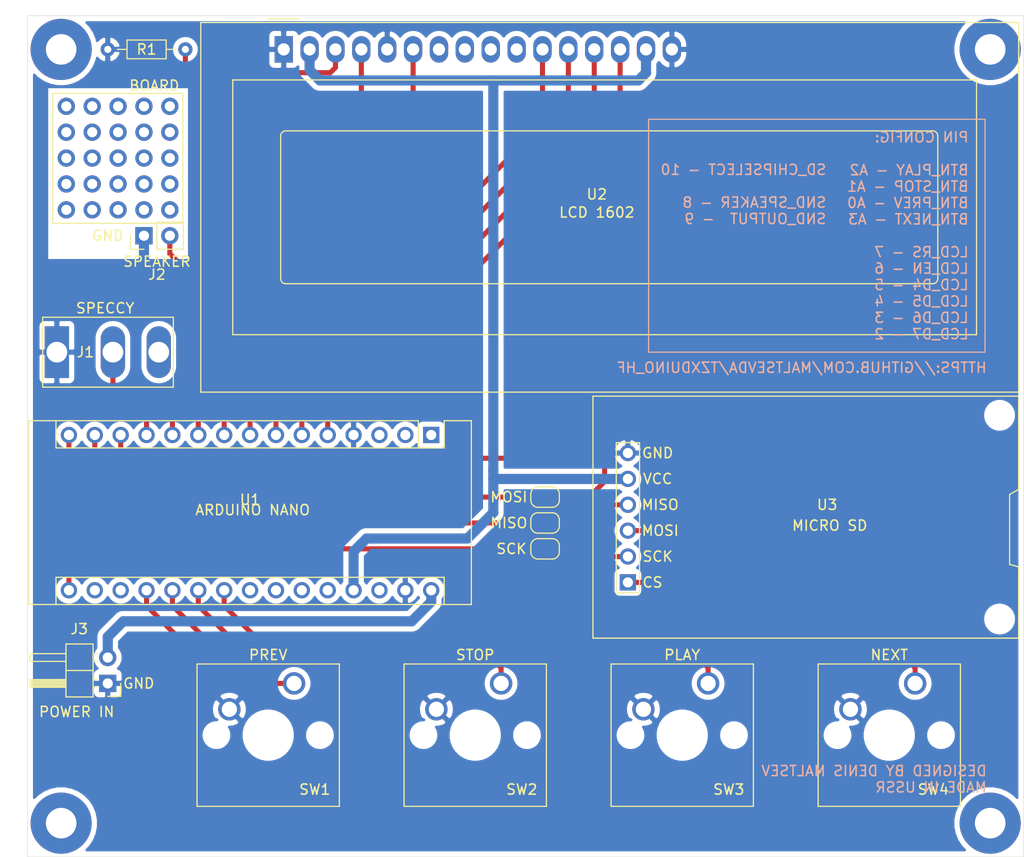
<source format=kicad_pcb>
(kicad_pcb (version 20171130) (host pcbnew "(5.1.10)-1")

  (general
    (thickness 1.6)
    (drawings 24)
    (tracks 106)
    (zones 0)
    (modules 19)
    (nets 36)
  )

  (page A4)
  (layers
    (0 F.Cu signal)
    (31 B.Cu signal)
    (32 B.Adhes user)
    (33 F.Adhes user)
    (34 B.Paste user)
    (35 F.Paste user)
    (36 B.SilkS user)
    (37 F.SilkS user)
    (38 B.Mask user)
    (39 F.Mask user)
    (40 Dwgs.User user)
    (41 Cmts.User user)
    (42 Eco1.User user)
    (43 Eco2.User user)
    (44 Edge.Cuts user)
    (45 Margin user)
    (46 B.CrtYd user)
    (47 F.CrtYd user)
    (48 B.Fab user hide)
    (49 F.Fab user hide)
  )

  (setup
    (last_trace_width 0.5)
    (trace_clearance 0.4)
    (zone_clearance 0.508)
    (zone_45_only no)
    (trace_min 0.3)
    (via_size 1)
    (via_drill 0.5)
    (via_min_size 0.5)
    (via_min_drill 0.4)
    (uvia_size 0.3)
    (uvia_drill 0.1)
    (uvias_allowed no)
    (uvia_min_size 0.2)
    (uvia_min_drill 0.1)
    (edge_width 0.05)
    (segment_width 0.2)
    (pcb_text_width 0.3)
    (pcb_text_size 1.5 1.5)
    (mod_edge_width 0.12)
    (mod_text_size 1 1)
    (mod_text_width 0.15)
    (pad_size 1 0.5)
    (pad_drill 0)
    (pad_to_mask_clearance 0)
    (aux_axis_origin 0 0)
    (visible_elements 7FFFFFFF)
    (pcbplotparams
      (layerselection 0x010fc_ffffffff)
      (usegerberextensions false)
      (usegerberattributes true)
      (usegerberadvancedattributes true)
      (creategerberjobfile true)
      (excludeedgelayer true)
      (linewidth 0.100000)
      (plotframeref false)
      (viasonmask false)
      (mode 1)
      (useauxorigin false)
      (hpglpennumber 1)
      (hpglpenspeed 20)
      (hpglpendiameter 15.000000)
      (psnegative false)
      (psa4output false)
      (plotreference true)
      (plotvalue true)
      (plotinvisibletext false)
      (padsonsilk false)
      (subtractmaskfromsilk false)
      (outputformat 1)
      (mirror false)
      (drillshape 1)
      (scaleselection 1)
      (outputdirectory ""))
  )

  (net 0 "")
  (net 1 "Net-(J1-PadTN)")
  (net 2 GND)
  (net 3 +5V)
  (net 4 CS)
  (net 5 MOSI)
  (net 6 MISO)
  (net 7 SCK)
  (net 8 "Net-(J3-Pad2)")
  (net 9 "Net-(R1-Pad1)")
  (net 10 "Net-(U1-Pad28)")
  (net 11 "Net-(U1-Pad26)")
  (net 12 "Net-(U1-Pad25)")
  (net 13 "Net-(U1-Pad24)")
  (net 14 "Net-(U1-Pad23)")
  (net 15 "Net-(U1-Pad3)")
  (net 16 "Net-(U1-Pad18)")
  (net 17 "Net-(U1-Pad2)")
  (net 18 "Net-(U1-Pad1)")
  (net 19 "Net-(U2-Pad10)")
  (net 20 "Net-(U2-Pad9)")
  (net 21 "Net-(U2-Pad8)")
  (net 22 "Net-(U2-Pad7)")
  (net 23 D9)
  (net 24 D8)
  (net 25 A0)
  (net 26 A1)
  (net 27 A2)
  (net 28 A3)
  (net 29 D7)
  (net 30 D6)
  (net 31 D5)
  (net 32 D4)
  (net 33 D3)
  (net 34 D2)
  (net 35 "Net-(U1-Pad17)")

  (net_class Default "This is the default net class."
    (clearance 0.4)
    (trace_width 0.5)
    (via_dia 1)
    (via_drill 0.5)
    (uvia_dia 0.3)
    (uvia_drill 0.1)
    (diff_pair_width 0.3)
    (diff_pair_gap 0.25)
    (add_net A0)
    (add_net A1)
    (add_net A2)
    (add_net A3)
    (add_net CS)
    (add_net D2)
    (add_net D3)
    (add_net D4)
    (add_net D5)
    (add_net D6)
    (add_net D7)
    (add_net D8)
    (add_net D9)
    (add_net MISO)
    (add_net MOSI)
    (add_net "Net-(J1-PadTN)")
    (add_net "Net-(R1-Pad1)")
    (add_net "Net-(U1-Pad1)")
    (add_net "Net-(U1-Pad17)")
    (add_net "Net-(U1-Pad18)")
    (add_net "Net-(U1-Pad2)")
    (add_net "Net-(U1-Pad23)")
    (add_net "Net-(U1-Pad24)")
    (add_net "Net-(U1-Pad25)")
    (add_net "Net-(U1-Pad26)")
    (add_net "Net-(U1-Pad28)")
    (add_net "Net-(U1-Pad3)")
    (add_net "Net-(U2-Pad10)")
    (add_net "Net-(U2-Pad7)")
    (add_net "Net-(U2-Pad8)")
    (add_net "Net-(U2-Pad9)")
    (add_net SCK)
  )

  (net_class POWER ""
    (clearance 0.5)
    (trace_width 1)
    (via_dia 1)
    (via_drill 0.5)
    (uvia_dia 0.3)
    (uvia_drill 0.1)
    (diff_pair_width 0.3)
    (diff_pair_gap 0.25)
    (add_net +5V)
    (add_net GND)
    (add_net "Net-(J3-Pad2)")
  )

  (module TZXDuino:Catalex_Micro_SD (layer F.Cu) (tedit 6149BB8A) (tstamp 614A19A1)
    (at 148.209 112.014 180)
    (descr "Catalex Micro SD Card Module")
    (tags "microsd SD")
    (path /61474BEE)
    (fp_text reference U3 (at 18.923 13.216) (layer F.SilkS)
      (effects (font (size 1 1) (thickness 0.15)))
    )
    (fp_text value Catalex_Micro_SD (at 16.51 13.208) (layer F.Fab)
      (effects (font (size 1 1) (thickness 0.15)))
    )
    (fp_text user MISO (at 35.306 13.216) (layer F.SilkS)
      (effects (font (size 1 1) (thickness 0.15)))
    )
    (fp_text user MOSI (at 35.306 10.676) (layer F.SilkS)
      (effects (font (size 1 1) (thickness 0.15)))
    )
    (fp_text user SCK (at 35.56 8.136) (layer F.SilkS)
      (effects (font (size 1 1) (thickness 0.15)))
    )
    (fp_text user CS (at 36.068 5.596) (layer F.SilkS)
      (effects (font (size 1 1) (thickness 0.15)))
    )
    (fp_text user GND (at 35.56 18.296) (layer F.SilkS)
      (effects (font (size 1 1) (thickness 0.15)))
    )
    (fp_text user VCC (at 35.56 15.756) (layer F.SilkS)
      (effects (font (size 1 1) (thickness 0.15)))
    )
    (fp_line (start 0.127 14.732) (end 0.127 23.876) (layer F.SilkS) (width 0.12))
    (fp_line (start 1.016 14.224) (end 1.016 7.366) (layer F.SilkS) (width 0.12))
    (fp_line (start 1.016 7.366) (end 0.127 7.112) (layer F.SilkS) (width 0.12))
    (fp_line (start 0.127 7.112) (end 0.127 0.127) (layer F.SilkS) (width 0.12))
    (fp_line (start 37.338 19.312) (end 37.338 4.58) (layer F.SilkS) (width 0.12))
    (fp_line (start 39.624 19.312) (end 37.338 19.312) (layer F.SilkS) (width 0.12))
    (fp_line (start 39.624 4.58) (end 39.624 19.312) (layer F.SilkS) (width 0.12))
    (fp_line (start 37.338 4.58) (end 39.624 4.58) (layer F.SilkS) (width 0.12))
    (fp_line (start 0 24) (end 0 0) (layer F.CrtYd) (width 0.12))
    (fp_line (start 0 24) (end 42 24) (layer F.CrtYd) (width 0.12))
    (fp_line (start 0.127 14.732) (end 1.016 14.224) (layer F.SilkS) (width 0.12))
    (fp_line (start 41.91 23.876) (end 0.127 23.876) (layer F.SilkS) (width 0.12))
    (fp_line (start 0.127 0.127) (end 41.91 0.127) (layer F.SilkS) (width 0.12))
    (fp_line (start 0 0) (end 42 0) (layer F.CrtYd) (width 0.12))
    (fp_line (start 41.91 0.127) (end 41.91 23.876) (layer F.SilkS) (width 0.12))
    (fp_line (start 42 0) (end 42 24) (layer F.CrtYd) (width 0.12))
    (pad "" np_thru_hole circle (at 2 2 180) (size 2 2) (drill 2) (layers *.Cu *.Mask))
    (pad "" np_thru_hole circle (at 2 22 180) (size 2 2) (drill 2) (layers *.Cu *.Mask))
    (pad 4 thru_hole oval (at 38.481 13.216 180) (size 1.6 1.6) (drill 1) (layers *.Cu *.Mask)
      (net 6 MISO))
    (pad 5 thru_hole oval (at 38.481 15.756 180) (size 1.6 1.6) (drill 1) (layers *.Cu *.Mask)
      (net 3 +5V))
    (pad 3 thru_hole oval (at 38.481 10.676 180) (size 1.6 1.6) (drill 1) (layers *.Cu *.Mask)
      (net 5 MOSI))
    (pad 6 thru_hole oval (at 38.481 18.296 180) (size 1.6 1.6) (drill 1) (layers *.Cu *.Mask)
      (net 2 GND))
    (pad 2 thru_hole oval (at 38.481 8.136 180) (size 1.6 1.6) (drill 1) (layers *.Cu *.Mask)
      (net 7 SCK))
    (pad 1 thru_hole rect (at 38.481 5.596 180) (size 1.6 1.6) (drill 1) (layers *.Cu *.Mask)
      (net 4 CS))
    (model TZXDuino.3dshapes/micro_sdCard.step
      (offset (xyz 0 -24 0))
      (scale (xyz 1 1 1))
      (rotate (xyz 0 0 0))
    )
    (model ${KISYS3DMOD}/Connector_PinHeader_2.54mm.3dshapes/PinHeader_1x06_P2.54mm_Vertical.wrl
      (offset (xyz 38.5 -5.5 4))
      (scale (xyz 1 1 1))
      (rotate (xyz 0 180 0))
    )
  )

  (module TZXDuino:PJ-316 (layer F.Cu) (tedit 6149973D) (tstamp 6124767D)
    (at 53.682 83.82 90)
    (path /612504DE)
    (fp_text reference J1 (at 0 2.794 180) (layer F.SilkS)
      (effects (font (size 1 1) (thickness 0.15)))
    )
    (fp_text value SPECCY (at 0 7.786 270) (layer F.CrtYd)
      (effects (font (size 1 1) (thickness 0.15)))
    )
    (fp_line (start 3 -1.5) (end 3.5 -1.5) (layer F.CrtYd) (width 0.12))
    (fp_line (start -3.5 -1.5) (end -3.048 -1.5) (layer F.CrtYd) (width 0.12))
    (fp_line (start -3.5 -1.5) (end -3.5 11.5) (layer F.CrtYd) (width 0.12))
    (fp_line (start -3 -5.5) (end -3 -1.5) (layer F.CrtYd) (width 0.12))
    (fp_line (start -3 -5.5) (end 3 -5.5) (layer F.CrtYd) (width 0.12))
    (fp_line (start 3 -1.5) (end 3 -5.5) (layer F.CrtYd) (width 0.12))
    (fp_line (start 3.5 -1.5) (end 3.5 11.5) (layer F.CrtYd) (width 0.12))
    (fp_line (start -3.5 11.5) (end 3.5 11.5) (layer F.CrtYd) (width 0.12))
    (fp_line (start -3.429 -1.397) (end 3.429 -1.397) (layer F.SilkS) (width 0.12))
    (fp_line (start 3.429 -1.397) (end 3.429 11.43) (layer F.SilkS) (width 0.12))
    (fp_line (start 3.429 11.43) (end -3.429 11.43) (layer F.SilkS) (width 0.12))
    (fp_line (start -3.429 11.43) (end -3.429 -1.397) (layer F.SilkS) (width 0.12))
    (pad TN thru_hole oval (at 0 10 90) (size 5.08 2.388) (drill 2.032) (layers *.Cu *.Mask)
      (net 1 "Net-(J1-PadTN)"))
    (pad T thru_hole oval (at 0 5.5 90) (size 5.08 2.388) (drill 2.032) (layers *.Cu *.Mask)
      (net 23 D9))
    (pad S thru_hole rect (at 0 0 90) (size 5.08 2.388) (drill 2.032) (layers *.Cu *.Mask)
      (net 2 GND))
    (model TZXDuino.3dshapes/jack3.5.step
      (offset (xyz -3.5 1.5 0))
      (scale (xyz 1 1 1))
      (rotate (xyz 0 0 90))
    )
  )

  (module Jumper:SolderJumper-2_P1.3mm_Open_RoundedPad1.0x1.5mm (layer F.Cu) (tedit 6128BBA7) (tstamp 6128C34F)
    (at 101.6 103.124)
    (descr "SMD Solder Jumper, 1x1.5mm, rounded Pads, 0.3mm gap, open")
    (tags "solder jumper open")
    (attr virtual)
    (fp_text reference SCK (at -3.302 0) (layer F.SilkS)
      (effects (font (size 1 1) (thickness 0.15)))
    )
    (fp_text value SolderJumper-2_P1.3mm_Open_RoundedPad1.0x1.5mm (at 0 1.9) (layer F.Fab)
      (effects (font (size 1 1) (thickness 0.15)))
    )
    (fp_line (start 1.65 1.25) (end -1.65 1.25) (layer F.CrtYd) (width 0.05))
    (fp_line (start 1.65 1.25) (end 1.65 -1.25) (layer F.CrtYd) (width 0.05))
    (fp_line (start -1.65 -1.25) (end -1.65 1.25) (layer F.CrtYd) (width 0.05))
    (fp_line (start -1.65 -1.25) (end 1.65 -1.25) (layer F.CrtYd) (width 0.05))
    (fp_line (start -0.7 -1) (end 0.7 -1) (layer F.SilkS) (width 0.12))
    (fp_line (start 1.4 -0.3) (end 1.4 0.3) (layer F.SilkS) (width 0.12))
    (fp_line (start 0.7 1) (end -0.7 1) (layer F.SilkS) (width 0.12))
    (fp_line (start -1.4 0.3) (end -1.4 -0.3) (layer F.SilkS) (width 0.12))
    (fp_arc (start 0.7 -0.3) (end 1.4 -0.3) (angle -90) (layer F.SilkS) (width 0.12))
    (fp_arc (start 0.7 0.3) (end 0.7 1) (angle -90) (layer F.SilkS) (width 0.12))
    (fp_arc (start -0.7 0.3) (end -1.4 0.3) (angle -90) (layer F.SilkS) (width 0.12))
    (fp_arc (start -0.7 -0.3) (end -0.7 -1) (angle -90) (layer F.SilkS) (width 0.12))
    (pad 1 smd custom (at -0.65 0) (size 1 0.5) (layers F.Cu F.Mask)
      (net 7 SCK) (zone_connect 2)
      (options (clearance outline) (anchor rect))
      (primitives
        (gr_circle (center 0 0.25) (end 0.5 0.25) (width 0))
        (gr_circle (center 0 -0.25) (end 0.5 -0.25) (width 0))
        (gr_poly (pts
           (xy 0 -0.75) (xy 0.5 -0.75) (xy 0.5 0.75) (xy 0 0.75)) (width 0))
      ))
    (pad 2 smd custom (at 0.65 0) (size 1 0.5) (layers F.Cu F.Mask)
      (net 7 SCK) (zone_connect 2)
      (options (clearance outline) (anchor rect))
      (primitives
        (gr_circle (center 0 0.25) (end 0.5 0.25) (width 0))
        (gr_circle (center 0 -0.25) (end 0.5 -0.25) (width 0))
        (gr_poly (pts
           (xy 0 -0.75) (xy -0.5 -0.75) (xy -0.5 0.75) (xy 0 0.75)) (width 0))
      ))
  )

  (module Jumper:SolderJumper-2_P1.3mm_Open_RoundedPad1.0x1.5mm (layer F.Cu) (tedit 6128BAF3) (tstamp 6129FACE)
    (at 101.6 100.584)
    (descr "SMD Solder Jumper, 1x1.5mm, rounded Pads, 0.3mm gap, open")
    (tags "solder jumper open")
    (attr virtual)
    (fp_text reference MISO (at -3.556 0) (layer F.SilkS)
      (effects (font (size 1 1) (thickness 0.15)))
    )
    (fp_text value SolderJumper-2_P1.3mm_Open_RoundedPad1.0x1.5mm (at 0 1.9) (layer F.Fab)
      (effects (font (size 1 1) (thickness 0.15)))
    )
    (fp_line (start -1.4 0.3) (end -1.4 -0.3) (layer F.SilkS) (width 0.12))
    (fp_line (start 0.7 1) (end -0.7 1) (layer F.SilkS) (width 0.12))
    (fp_line (start 1.4 -0.3) (end 1.4 0.3) (layer F.SilkS) (width 0.12))
    (fp_line (start -0.7 -1) (end 0.7 -1) (layer F.SilkS) (width 0.12))
    (fp_line (start -1.65 -1.25) (end 1.65 -1.25) (layer F.CrtYd) (width 0.05))
    (fp_line (start -1.65 -1.25) (end -1.65 1.25) (layer F.CrtYd) (width 0.05))
    (fp_line (start 1.65 1.25) (end 1.65 -1.25) (layer F.CrtYd) (width 0.05))
    (fp_line (start 1.65 1.25) (end -1.65 1.25) (layer F.CrtYd) (width 0.05))
    (fp_arc (start -0.7 -0.3) (end -0.7 -1) (angle -90) (layer F.SilkS) (width 0.12))
    (fp_arc (start -0.7 0.3) (end -1.4 0.3) (angle -90) (layer F.SilkS) (width 0.12))
    (fp_arc (start 0.7 0.3) (end 0.7 1) (angle -90) (layer F.SilkS) (width 0.12))
    (fp_arc (start 0.7 -0.3) (end 1.4 -0.3) (angle -90) (layer F.SilkS) (width 0.12))
    (pad 2 smd custom (at 0.65 0) (size 1 0.5) (layers F.Cu F.Mask)
      (net 6 MISO) (zone_connect 2)
      (options (clearance outline) (anchor rect))
      (primitives
        (gr_circle (center 0 0.25) (end 0.5 0.25) (width 0))
        (gr_circle (center 0 -0.25) (end 0.5 -0.25) (width 0))
        (gr_poly (pts
           (xy 0 -0.75) (xy -0.5 -0.75) (xy -0.5 0.75) (xy 0 0.75)) (width 0))
      ))
    (pad 1 smd custom (at -0.65 0) (size 1 0.5) (layers F.Cu F.Mask)
      (net 6 MISO) (zone_connect 2)
      (options (clearance outline) (anchor rect))
      (primitives
        (gr_circle (center 0 0.25) (end 0.5 0.25) (width 0))
        (gr_circle (center 0 -0.25) (end 0.5 -0.25) (width 0))
        (gr_poly (pts
           (xy 0 -0.75) (xy 0.5 -0.75) (xy 0.5 0.75) (xy 0 0.75)) (width 0))
      ))
  )

  (module Jumper:SolderJumper-2_P1.3mm_Open_RoundedPad1.0x1.5mm (layer F.Cu) (tedit 6128BAE2) (tstamp 6128BFA8)
    (at 101.6 98.044)
    (descr "SMD Solder Jumper, 1x1.5mm, rounded Pads, 0.3mm gap, open")
    (tags "solder jumper open")
    (attr virtual)
    (fp_text reference MOSI (at -3.556 0) (layer F.SilkS)
      (effects (font (size 1 1) (thickness 0.15)))
    )
    (fp_text value SolderJumper-2_P1.3mm_Open_RoundedPad1.0x1.5mm (at 0 1.9) (layer F.Fab)
      (effects (font (size 1 1) (thickness 0.15)))
    )
    (fp_line (start 1.65 1.25) (end -1.65 1.25) (layer F.CrtYd) (width 0.05))
    (fp_line (start 1.65 1.25) (end 1.65 -1.25) (layer F.CrtYd) (width 0.05))
    (fp_line (start -1.65 -1.25) (end -1.65 1.25) (layer F.CrtYd) (width 0.05))
    (fp_line (start -1.65 -1.25) (end 1.65 -1.25) (layer F.CrtYd) (width 0.05))
    (fp_line (start -0.7 -1) (end 0.7 -1) (layer F.SilkS) (width 0.12))
    (fp_line (start 1.4 -0.3) (end 1.4 0.3) (layer F.SilkS) (width 0.12))
    (fp_line (start 0.7 1) (end -0.7 1) (layer F.SilkS) (width 0.12))
    (fp_line (start -1.4 0.3) (end -1.4 -0.3) (layer F.SilkS) (width 0.12))
    (fp_arc (start 0.7 -0.3) (end 1.4 -0.3) (angle -90) (layer F.SilkS) (width 0.12))
    (fp_arc (start 0.7 0.3) (end 0.7 1) (angle -90) (layer F.SilkS) (width 0.12))
    (fp_arc (start -0.7 0.3) (end -1.4 0.3) (angle -90) (layer F.SilkS) (width 0.12))
    (fp_arc (start -0.7 -0.3) (end -0.7 -1) (angle -90) (layer F.SilkS) (width 0.12))
    (pad 1 smd custom (at -0.65 0) (size 1 0.5) (layers F.Cu F.Mask)
      (net 5 MOSI) (zone_connect 2)
      (options (clearance outline) (anchor rect))
      (primitives
        (gr_circle (center 0 0.25) (end 0.5 0.25) (width 0))
        (gr_circle (center 0 -0.25) (end 0.5 -0.25) (width 0))
        (gr_poly (pts
           (xy 0 -0.75) (xy 0.5 -0.75) (xy 0.5 0.75) (xy 0 0.75)) (width 0))
      ))
    (pad 2 smd custom (at 0.65 0) (size 1 0.5) (layers F.Cu F.Mask)
      (net 5 MOSI) (zone_connect 2)
      (options (clearance outline) (anchor rect))
      (primitives
        (gr_circle (center 0 0.25) (end 0.5 0.25) (width 0))
        (gr_circle (center 0 -0.25) (end 0.5 -0.25) (width 0))
        (gr_poly (pts
           (xy 0 -0.75) (xy -0.5 -0.75) (xy -0.5 0.75) (xy 0 0.75)) (width 0))
      ))
  )

  (module MountingHole:MountingHole_3mm_Pad (layer F.Cu) (tedit 56D1B4CB) (tstamp 6128AA26)
    (at 54.102 54.102)
    (descr "Mounting Hole 3mm")
    (tags "mounting hole 3mm")
    (path /6129297E)
    (attr virtual)
    (fp_text reference H1 (at 0 -4) (layer F.CrtYd)
      (effects (font (size 1 1) (thickness 0.15)))
    )
    (fp_text value MountingHole (at 0 4) (layer F.Fab)
      (effects (font (size 1 1) (thickness 0.15)))
    )
    (fp_circle (center 0 0) (end 3.25 0) (layer F.CrtYd) (width 0.05))
    (fp_circle (center 0 0) (end 3 0) (layer Cmts.User) (width 0.15))
    (fp_text user %R (at 0.3 0) (layer F.Fab)
      (effects (font (size 1 1) (thickness 0.15)))
    )
    (pad 1 thru_hole circle (at 0 0) (size 6 6) (drill 3) (layers *.Cu *.Mask))
  )

  (module MountingHole:MountingHole_3mm_Pad (layer F.Cu) (tedit 56D1B4CB) (tstamp 6128A6EA)
    (at 145.288 130.048)
    (descr "Mounting Hole 3mm")
    (tags "mounting hole 3mm")
    (path /6129360F)
    (attr virtual)
    (fp_text reference H4 (at 0 -4) (layer F.CrtYd)
      (effects (font (size 1 1) (thickness 0.15)))
    )
    (fp_text value MountingHole (at 0 4) (layer F.Fab)
      (effects (font (size 1 1) (thickness 0.15)))
    )
    (fp_circle (center 0 0) (end 3.25 0) (layer F.CrtYd) (width 0.05))
    (fp_circle (center 0 0) (end 3 0) (layer Cmts.User) (width 0.15))
    (fp_text user %R (at 0.3 0) (layer F.Fab)
      (effects (font (size 1 1) (thickness 0.15)))
    )
    (pad 1 thru_hole circle (at 0 0) (size 6 6) (drill 3) (layers *.Cu *.Mask))
  )

  (module MountingHole:MountingHole_3mm_Pad (layer F.Cu) (tedit 56D1B4CB) (tstamp 6128A6DA)
    (at 145.288 54.102)
    (descr "Mounting Hole 3mm")
    (tags "mounting hole 3mm")
    (path /612931B8)
    (attr virtual)
    (fp_text reference H2 (at 0 -4) (layer F.CrtYd)
      (effects (font (size 1 1) (thickness 0.15)))
    )
    (fp_text value MountingHole (at 0 4) (layer F.Fab)
      (effects (font (size 1 1) (thickness 0.15)))
    )
    (fp_circle (center 0 0) (end 3.25 0) (layer F.CrtYd) (width 0.05))
    (fp_circle (center 0 0) (end 3 0) (layer Cmts.User) (width 0.15))
    (fp_text user %R (at 0.3 0) (layer F.Fab)
      (effects (font (size 1 1) (thickness 0.15)))
    )
    (pad 1 thru_hole circle (at 0 0) (size 6 6) (drill 3) (layers *.Cu *.Mask))
  )

  (module MountingHole:MountingHole_3mm_Pad (layer F.Cu) (tedit 56D1B4CB) (tstamp 6128A6E2)
    (at 54.102 130.048)
    (descr "Mounting Hole 3mm")
    (tags "mounting hole 3mm")
    (path /612933B6)
    (attr virtual)
    (fp_text reference H3 (at 0 -4) (layer F.CrtYd)
      (effects (font (size 1 1) (thickness 0.15)))
    )
    (fp_text value MountingHole (at 0 4) (layer F.Fab)
      (effects (font (size 1 1) (thickness 0.15)))
    )
    (fp_circle (center 0 0) (end 3.25 0) (layer F.CrtYd) (width 0.05))
    (fp_circle (center 0 0) (end 3 0) (layer Cmts.User) (width 0.15))
    (fp_text user %R (at 0.3 0) (layer F.Fab)
      (effects (font (size 1 1) (thickness 0.15)))
    )
    (pad 1 thru_hole circle (at 0 0) (size 6 6) (drill 3) (layers *.Cu *.Mask))
  )

  (module TZXDuino:ProtoBoard (layer F.Cu) (tedit 61274F29) (tstamp 6127C014)
    (at 54.61 59.69)
    (descr "Through hole straight pin header, 1x06, 2.54mm pitch, single row")
    (tags "Through hole pin header THT 1x06 2.54mm single row")
    (fp_text reference BOARD (at 8.636 -2.032) (layer F.SilkS)
      (effects (font (size 1 1) (thickness 0.15)))
    )
    (fp_text value PROTOBOARD (at 6.35 -0.254 180) (layer F.Fab)
      (effects (font (size 1 1) (thickness 0.15)))
    )
    (fp_line (start -1.33 -1.27) (end 11.43 -1.27) (layer F.SilkS) (width 0.12))
    (fp_line (start 11.43 -1.27) (end 11.43 11.49) (layer F.SilkS) (width 0.12))
    (fp_line (start -1.33 -1.27) (end -1.33 11.49) (layer F.SilkS) (width 0.12))
    (fp_line (start -1.33 11.49) (end 11.43 11.49) (layer F.SilkS) (width 0.12))
    (pad "" thru_hole oval (at 10.16 10.16) (size 1.7 1.7) (drill 1) (layers *.Cu *.Mask))
    (pad "" thru_hole circle (at 10.16 0) (size 1.7 1.7) (drill 1) (layers *.Cu *.Mask))
    (pad "" thru_hole oval (at 10.16 7.62) (size 1.7 1.7) (drill 1) (layers *.Cu *.Mask))
    (pad "" thru_hole oval (at 10.16 2.54) (size 1.7 1.7) (drill 1) (layers *.Cu *.Mask))
    (pad "" thru_hole oval (at 10.16 5.08) (size 1.7 1.7) (drill 1) (layers *.Cu *.Mask))
    (pad "" thru_hole oval (at 7.62 5.08) (size 1.7 1.7) (drill 1) (layers *.Cu *.Mask))
    (pad "" thru_hole circle (at 7.62 0) (size 1.7 1.7) (drill 1) (layers *.Cu *.Mask))
    (pad "" thru_hole oval (at 7.62 2.54) (size 1.7 1.7) (drill 1) (layers *.Cu *.Mask))
    (pad "" thru_hole oval (at 7.62 7.62) (size 1.7 1.7) (drill 1) (layers *.Cu *.Mask))
    (pad "" thru_hole oval (at 7.62 10.16) (size 1.7 1.7) (drill 1) (layers *.Cu *.Mask))
    (pad "" thru_hole circle (at 5.08 0) (size 1.7 1.7) (drill 1) (layers *.Cu *.Mask))
    (pad "" thru_hole oval (at 5.08 7.62) (size 1.7 1.7) (drill 1) (layers *.Cu *.Mask))
    (pad "" thru_hole oval (at 5.08 2.54) (size 1.7 1.7) (drill 1) (layers *.Cu *.Mask))
    (pad "" thru_hole oval (at 5.08 5.08) (size 1.7 1.7) (drill 1) (layers *.Cu *.Mask))
    (pad "" thru_hole oval (at 5.08 10.16) (size 1.7 1.7) (drill 1) (layers *.Cu *.Mask))
    (pad "" thru_hole oval (at 2.54 5.08) (size 1.7 1.7) (drill 1) (layers *.Cu *.Mask))
    (pad "" thru_hole oval (at 2.54 10.16) (size 1.7 1.7) (drill 1) (layers *.Cu *.Mask))
    (pad "" thru_hole circle (at 2.54 0) (size 1.7 1.7) (drill 1) (layers *.Cu *.Mask))
    (pad "" thru_hole oval (at 2.54 7.62) (size 1.7 1.7) (drill 1) (layers *.Cu *.Mask))
    (pad "" thru_hole oval (at 2.54 2.54) (size 1.7 1.7) (drill 1) (layers *.Cu *.Mask))
    (pad "" thru_hole oval (at 0 10.16) (size 1.7 1.7) (drill 1) (layers *.Cu *.Mask))
    (pad "" thru_hole oval (at 0 7.62) (size 1.7 1.7) (drill 1) (layers *.Cu *.Mask))
    (pad "" thru_hole oval (at 0 5.08) (size 1.7 1.7) (drill 1) (layers *.Cu *.Mask))
    (pad "" thru_hole oval (at 0 2.54) (size 1.7 1.7) (drill 1) (layers *.Cu *.Mask))
    (pad "" thru_hole circle (at 0 0) (size 1.7 1.7) (drill 1) (layers *.Cu *.Mask))
  )

  (module TZXDuino:PinHeader_1x02_P2.54mm_Horizontal (layer F.Cu) (tedit 61274BE9) (tstamp 6127B17F)
    (at 58.674 116.332 180)
    (descr "Through hole angled pin header, 1x02, 2.54mm pitch, 6mm pin length, single row")
    (tags "Through hole angled pin header THT 1x02 2.54mm single row")
    (path /61254A3A)
    (fp_text reference J3 (at 2.794 5.334) (layer F.SilkS)
      (effects (font (size 1 1) (thickness 0.15)))
    )
    (fp_text value "POWER IN" (at 5.08 1.27 270) (layer F.CrtYd)
      (effects (font (size 1 1) (thickness 0.15)))
    )
    (fp_line (start 2.135 -1.27) (end 4.04 -1.27) (layer F.Fab) (width 0.1))
    (fp_line (start 4.04 -1.27) (end 4.04 3.81) (layer F.Fab) (width 0.1))
    (fp_line (start 4.04 3.81) (end 1.5 3.81) (layer F.Fab) (width 0.1))
    (fp_line (start 1.5 3.81) (end 1.5 -0.635) (layer F.Fab) (width 0.1))
    (fp_line (start 1.5 -0.635) (end 2.135 -1.27) (layer F.Fab) (width 0.1))
    (fp_line (start -0.32 -0.32) (end 1.5 -0.32) (layer F.Fab) (width 0.1))
    (fp_line (start -0.32 -0.32) (end -0.32 0.32) (layer F.Fab) (width 0.1))
    (fp_line (start -0.32 0.32) (end 1.5 0.32) (layer F.Fab) (width 0.1))
    (fp_line (start 4.04 -0.32) (end 10.04 -0.32) (layer F.Fab) (width 0.1))
    (fp_line (start 10.04 -0.32) (end 10.04 0.32) (layer F.Fab) (width 0.1))
    (fp_line (start 4.04 0.32) (end 10.04 0.32) (layer F.Fab) (width 0.1))
    (fp_line (start -0.32 2.22) (end 1.5 2.22) (layer F.Fab) (width 0.1))
    (fp_line (start -0.32 2.22) (end -0.32 2.86) (layer F.Fab) (width 0.1))
    (fp_line (start -0.32 2.86) (end 1.5 2.86) (layer F.Fab) (width 0.1))
    (fp_line (start 4.04 2.22) (end 10.04 2.22) (layer F.Fab) (width 0.1))
    (fp_line (start 10.04 2.22) (end 10.04 2.86) (layer F.Fab) (width 0.1))
    (fp_line (start 4.04 2.86) (end 10.04 2.86) (layer F.Fab) (width 0.1))
    (fp_line (start 1.44 -1.33) (end 1.44 3.87) (layer F.SilkS) (width 0.12))
    (fp_line (start 1.44 3.87) (end 4.1 3.87) (layer F.SilkS) (width 0.12))
    (fp_line (start 4.1 3.87) (end 4.1 -1.33) (layer F.SilkS) (width 0.12))
    (fp_line (start 4.1 -1.33) (end 1.44 -1.33) (layer F.SilkS) (width 0.12))
    (fp_line (start 4.1 -0.38) (end 7.62 -0.38) (layer F.SilkS) (width 0.12))
    (fp_line (start 7.62 -0.38) (end 7.62 0.38) (layer F.SilkS) (width 0.12))
    (fp_line (start 7.62 0.38) (end 4.1 0.38) (layer F.SilkS) (width 0.12))
    (fp_line (start 4.1 -0.32) (end 7.62 -0.32) (layer F.SilkS) (width 0.12))
    (fp_line (start 4.1 -0.2) (end 7.62 -0.2) (layer F.SilkS) (width 0.12))
    (fp_line (start 4.1 -0.08) (end 7.62 -0.08) (layer F.SilkS) (width 0.12))
    (fp_line (start 4.1 0.04) (end 7.62 0.04) (layer F.SilkS) (width 0.12))
    (fp_line (start 4.1 0.16) (end 7.62 0.16) (layer F.SilkS) (width 0.12))
    (fp_line (start 4.1 0.28) (end 7.62 0.254) (layer F.SilkS) (width 0.12))
    (fp_line (start 1.11 -0.38) (end 1.44 -0.38) (layer F.SilkS) (width 0.12))
    (fp_line (start 1.11 0.38) (end 1.44 0.38) (layer F.SilkS) (width 0.12))
    (fp_line (start 1.44 1.27) (end 4.1 1.27) (layer F.SilkS) (width 0.12))
    (fp_line (start 4.1 2.16) (end 7.62 2.16) (layer F.SilkS) (width 0.12))
    (fp_line (start 7.62 2.16) (end 7.62 2.92) (layer F.SilkS) (width 0.12))
    (fp_line (start 7.62 2.92) (end 4.1 2.92) (layer F.SilkS) (width 0.12))
    (fp_line (start 1.042929 2.16) (end 1.44 2.16) (layer F.SilkS) (width 0.12))
    (fp_line (start 1.042929 2.92) (end 1.44 2.92) (layer F.SilkS) (width 0.12))
    (fp_line (start -1.27 0) (end -1.27 -1.27) (layer F.SilkS) (width 0.12))
    (fp_line (start -1.27 -1.27) (end 0 -1.27) (layer F.SilkS) (width 0.12))
    (fp_line (start -1.8 -1.8) (end -1.8 4.35) (layer F.CrtYd) (width 0.05))
    (fp_line (start -1.8 4.35) (end 10.55 4.35) (layer F.CrtYd) (width 0.05))
    (fp_line (start 10.55 4.35) (end 10.55 -1.8) (layer F.CrtYd) (width 0.05))
    (fp_line (start 10.55 -1.8) (end -1.8 -1.8) (layer F.CrtYd) (width 0.05))
    (pad 1 thru_hole rect (at 0 0 180) (size 1.7 1.7) (drill 1) (layers *.Cu *.Mask)
      (net 2 GND))
    (pad 2 thru_hole oval (at 0 2.54 180) (size 1.7 1.7) (drill 1) (layers *.Cu *.Mask)
      (net 8 "Net-(J3-Pad2)"))
    (model ${KISYS3DMOD}/Connector_PinHeader_2.54mm.3dshapes/PinHeader_1x02_P2.54mm_Horizontal.wrl
      (at (xyz 0 0 0))
      (scale (xyz 1 1 1))
      (rotate (xyz 0 0 0))
    )
  )

  (module TZXDuino:LCD1602 (layer F.Cu) (tedit 6125212B) (tstamp 6125837B)
    (at 75.946 54.102)
    (descr "LCD 16x2 http://www.wincomlcd.com/pdf/WC1602A-SFYLYHTC06.pdf")
    (tags "LCD 16x2 Alphanumeric 16pin")
    (path /61242F45)
    (fp_text reference U2 (at 30.734 14.224) (layer F.SilkS)
      (effects (font (size 1 1) (thickness 0.15)))
    )
    (fp_text value "LCD 1602" (at 68.072 32.512) (layer F.Fab)
      (effects (font (size 1 1) (thickness 0.15)))
    )
    (fp_line (start -8.14 33.64) (end 72.14 33.64) (layer F.SilkS) (width 0.12))
    (fp_line (start 72.14 33.64) (end 72.14 -2.64) (layer F.SilkS) (width 0.12))
    (fp_line (start 72.14 -2.64) (end -7.34 -2.64) (layer F.SilkS) (width 0.12))
    (fp_line (start -8.14 -2.64) (end -8.14 33.64) (layer F.SilkS) (width 0.12))
    (fp_line (start -8.13 -2.64) (end -7.34 -2.64) (layer F.SilkS) (width 0.12))
    (fp_line (start -8.25 -2.75) (end -8.25 33.75) (layer F.CrtYd) (width 0.05))
    (fp_line (start -8.25 33.75) (end 72.25 33.75) (layer F.CrtYd) (width 0.05))
    (fp_line (start 72.25 -2.75) (end 72.25 33.75) (layer F.CrtYd) (width 0.05))
    (fp_line (start -1.5 -3) (end 1.5 -3) (layer F.SilkS) (width 0.12))
    (fp_line (start -8.25 -2.75) (end 72.25 -2.75) (layer F.CrtYd) (width 0.05))
    (fp_line (start 1 -2.5) (end 0 -1.5) (layer F.Fab) (width 0.1))
    (fp_line (start 0 -1.5) (end -1 -2.5) (layer F.Fab) (width 0.1))
    (fp_line (start -1 -2.5) (end -8 -2.5) (layer F.Fab) (width 0.1))
    (fp_line (start 0.2 8) (end 63.7 8) (layer F.SilkS) (width 0.12))
    (fp_line (start -0.29972 22.49932) (end -0.29972 8.5) (layer F.SilkS) (width 0.12))
    (fp_line (start 63.70066 23) (end 0.2 23) (layer F.SilkS) (width 0.12))
    (fp_line (start 64.2 8.5) (end 64.2 22.5) (layer F.SilkS) (width 0.12))
    (fp_line (start -5 3) (end 68 3) (layer F.SilkS) (width 0.12))
    (fp_line (start 68 3) (end 68 28) (layer F.SilkS) (width 0.12))
    (fp_line (start 68 28) (end -5 28) (layer F.SilkS) (width 0.12))
    (fp_line (start -5 28) (end -5 3) (layer F.SilkS) (width 0.12))
    (fp_line (start 1 -2.5) (end 72 -2.5) (layer F.Fab) (width 0.1))
    (fp_line (start 72 -2.5) (end 72 33.5) (layer F.Fab) (width 0.1))
    (fp_line (start 72 33.5) (end -8 33.5) (layer F.Fab) (width 0.1))
    (fp_line (start -8 33.5) (end -8 -2.5) (layer F.Fab) (width 0.1))
    (fp_arc (start 0.20066 8.49884) (end -0.29972 8.49884) (angle 90) (layer F.SilkS) (width 0.12))
    (fp_arc (start 0.20066 22.49932) (end 0.20066 22.9997) (angle 90) (layer F.SilkS) (width 0.12))
    (fp_arc (start 63.70066 22.49932) (end 64.20104 22.49932) (angle 90) (layer F.SilkS) (width 0.12))
    (fp_arc (start 63.7 8.5) (end 63.7 8) (angle 90) (layer F.SilkS) (width 0.12))
    (pad 16 thru_hole oval (at 38.1 0) (size 1.8 2.6) (drill 1.2) (layers *.Cu *.Mask)
      (net 2 GND))
    (pad 15 thru_hole oval (at 35.56 0) (size 1.8 2.6) (drill 1.2) (layers *.Cu *.Mask)
      (net 3 +5V))
    (pad 14 thru_hole oval (at 33.02 0) (size 1.8 2.6) (drill 1.2) (layers *.Cu *.Mask)
      (net 34 D2))
    (pad 13 thru_hole oval (at 30.48 0) (size 1.8 2.6) (drill 1.2) (layers *.Cu *.Mask)
      (net 33 D3))
    (pad 12 thru_hole oval (at 27.94 0) (size 1.8 2.6) (drill 1.2) (layers *.Cu *.Mask)
      (net 32 D4))
    (pad 11 thru_hole oval (at 25.4 0) (size 1.8 2.6) (drill 1.2) (layers *.Cu *.Mask)
      (net 31 D5))
    (pad 10 thru_hole oval (at 22.86 0) (size 1.8 2.6) (drill 1.2) (layers *.Cu *.Mask)
      (net 19 "Net-(U2-Pad10)"))
    (pad 9 thru_hole oval (at 20.32 0) (size 1.8 2.6) (drill 1.2) (layers *.Cu *.Mask)
      (net 20 "Net-(U2-Pad9)"))
    (pad 8 thru_hole oval (at 17.78 0) (size 1.8 2.6) (drill 1.2) (layers *.Cu *.Mask)
      (net 21 "Net-(U2-Pad8)"))
    (pad 7 thru_hole oval (at 15.24 0) (size 1.8 2.6) (drill 1.2) (layers *.Cu *.Mask)
      (net 22 "Net-(U2-Pad7)"))
    (pad 6 thru_hole oval (at 12.7 0) (size 1.8 2.6) (drill 1.2) (layers *.Cu *.Mask)
      (net 30 D6))
    (pad 5 thru_hole oval (at 10.16 0) (size 1.8 2.6) (drill 1.2) (layers *.Cu *.Mask)
      (net 2 GND))
    (pad 4 thru_hole oval (at 7.62 0) (size 1.8 2.6) (drill 1.2) (layers *.Cu *.Mask)
      (net 29 D7))
    (pad 3 thru_hole oval (at 5.08 0) (size 1.8 2.6) (drill 1.2) (layers *.Cu *.Mask)
      (net 9 "Net-(R1-Pad1)"))
    (pad 2 thru_hole oval (at 2.54 0) (size 1.8 2.6) (drill 1.2) (layers *.Cu *.Mask)
      (net 3 +5V))
    (pad 1 thru_hole rect (at 0 0) (size 1.8 2.6) (drill 1.2) (layers *.Cu *.Mask)
      (net 2 GND))
    (model ${KISYS3DMOD}/Display.3dshapes/WC1602A.wrl
      (at (xyz 0 0 0))
      (scale (xyz 1 1 1))
      (rotate (xyz 0 0 0))
    )
  )

  (module Module:Arduino_Nano (layer F.Cu) (tedit 58ACAF70) (tstamp 6125834A)
    (at 90.424 91.948 270)
    (descr "Arduino Nano, http://www.mouser.com/pdfdocs/Gravitech_Arduino_Nano3_0.pdf")
    (tags "Arduino Nano")
    (path /6123EB99)
    (fp_text reference U1 (at 6.35 17.78 180) (layer F.SilkS)
      (effects (font (size 1 1) (thickness 0.15)))
    )
    (fp_text value "ARDUINO NANO" (at 12.954 5.588) (layer F.Fab)
      (effects (font (size 1 1) (thickness 0.15)))
    )
    (fp_line (start 1.27 1.27) (end 1.27 -1.27) (layer F.SilkS) (width 0.12))
    (fp_line (start 1.27 -1.27) (end -1.4 -1.27) (layer F.SilkS) (width 0.12))
    (fp_line (start -1.4 1.27) (end -1.4 39.5) (layer F.SilkS) (width 0.12))
    (fp_line (start -1.4 -3.94) (end -1.4 -1.27) (layer F.SilkS) (width 0.12))
    (fp_line (start 13.97 -1.27) (end 16.64 -1.27) (layer F.SilkS) (width 0.12))
    (fp_line (start 13.97 -1.27) (end 13.97 36.83) (layer F.SilkS) (width 0.12))
    (fp_line (start 13.97 36.83) (end 16.64 36.83) (layer F.SilkS) (width 0.12))
    (fp_line (start 1.27 1.27) (end -1.4 1.27) (layer F.SilkS) (width 0.12))
    (fp_line (start 1.27 1.27) (end 1.27 36.83) (layer F.SilkS) (width 0.12))
    (fp_line (start 1.27 36.83) (end -1.4 36.83) (layer F.SilkS) (width 0.12))
    (fp_line (start 3.81 31.75) (end 11.43 31.75) (layer F.Fab) (width 0.1))
    (fp_line (start 11.43 31.75) (end 11.43 41.91) (layer F.Fab) (width 0.1))
    (fp_line (start 11.43 41.91) (end 3.81 41.91) (layer F.Fab) (width 0.1))
    (fp_line (start 3.81 41.91) (end 3.81 31.75) (layer F.Fab) (width 0.1))
    (fp_line (start -1.4 39.5) (end 16.64 39.5) (layer F.SilkS) (width 0.12))
    (fp_line (start 16.64 39.5) (end 16.64 -3.94) (layer F.SilkS) (width 0.12))
    (fp_line (start 16.64 -3.94) (end -1.4 -3.94) (layer F.SilkS) (width 0.12))
    (fp_line (start 16.51 39.37) (end -1.27 39.37) (layer F.Fab) (width 0.1))
    (fp_line (start -1.27 39.37) (end -1.27 -2.54) (layer F.Fab) (width 0.1))
    (fp_line (start -1.27 -2.54) (end 0 -3.81) (layer F.Fab) (width 0.1))
    (fp_line (start 0 -3.81) (end 16.51 -3.81) (layer F.Fab) (width 0.1))
    (fp_line (start 16.51 -3.81) (end 16.51 39.37) (layer F.Fab) (width 0.1))
    (fp_line (start -1.53 -4.06) (end 16.75 -4.06) (layer F.CrtYd) (width 0.05))
    (fp_line (start -1.53 -4.06) (end -1.53 42.16) (layer F.CrtYd) (width 0.05))
    (fp_line (start 16.75 42.16) (end 16.75 -4.06) (layer F.CrtYd) (width 0.05))
    (fp_line (start 16.75 42.16) (end -1.53 42.16) (layer F.CrtYd) (width 0.05))
    (pad 16 thru_hole oval (at 15.24 35.56 270) (size 1.6 1.6) (drill 1) (layers *.Cu *.Mask)
      (net 7 SCK))
    (pad 15 thru_hole oval (at 0 35.56 270) (size 1.6 1.6) (drill 1) (layers *.Cu *.Mask)
      (net 6 MISO))
    (pad 30 thru_hole oval (at 15.24 0 270) (size 1.6 1.6) (drill 1) (layers *.Cu *.Mask)
      (net 8 "Net-(J3-Pad2)"))
    (pad 14 thru_hole oval (at 0 33.02 270) (size 1.6 1.6) (drill 1) (layers *.Cu *.Mask)
      (net 5 MOSI))
    (pad 29 thru_hole oval (at 15.24 2.54 270) (size 1.6 1.6) (drill 1) (layers *.Cu *.Mask)
      (net 2 GND))
    (pad 13 thru_hole oval (at 0 30.48 270) (size 1.6 1.6) (drill 1) (layers *.Cu *.Mask)
      (net 4 CS))
    (pad 28 thru_hole oval (at 15.24 5.08 270) (size 1.6 1.6) (drill 1) (layers *.Cu *.Mask)
      (net 10 "Net-(U1-Pad28)"))
    (pad 12 thru_hole oval (at 0 27.94 270) (size 1.6 1.6) (drill 1) (layers *.Cu *.Mask)
      (net 23 D9))
    (pad 27 thru_hole oval (at 15.24 7.62 270) (size 1.6 1.6) (drill 1) (layers *.Cu *.Mask)
      (net 3 +5V))
    (pad 11 thru_hole oval (at 0 25.4 270) (size 1.6 1.6) (drill 1) (layers *.Cu *.Mask)
      (net 24 D8))
    (pad 26 thru_hole oval (at 15.24 10.16 270) (size 1.6 1.6) (drill 1) (layers *.Cu *.Mask)
      (net 11 "Net-(U1-Pad26)"))
    (pad 10 thru_hole oval (at 0 22.86 270) (size 1.6 1.6) (drill 1) (layers *.Cu *.Mask)
      (net 29 D7))
    (pad 25 thru_hole oval (at 15.24 12.7 270) (size 1.6 1.6) (drill 1) (layers *.Cu *.Mask)
      (net 12 "Net-(U1-Pad25)"))
    (pad 9 thru_hole oval (at 0 20.32 270) (size 1.6 1.6) (drill 1) (layers *.Cu *.Mask)
      (net 30 D6))
    (pad 24 thru_hole oval (at 15.24 15.24 270) (size 1.6 1.6) (drill 1) (layers *.Cu *.Mask)
      (net 13 "Net-(U1-Pad24)"))
    (pad 8 thru_hole oval (at 0 17.78 270) (size 1.6 1.6) (drill 1) (layers *.Cu *.Mask)
      (net 31 D5))
    (pad 23 thru_hole oval (at 15.24 17.78 270) (size 1.6 1.6) (drill 1) (layers *.Cu *.Mask)
      (net 14 "Net-(U1-Pad23)"))
    (pad 7 thru_hole oval (at 0 15.24 270) (size 1.6 1.6) (drill 1) (layers *.Cu *.Mask)
      (net 32 D4))
    (pad 22 thru_hole oval (at 15.24 20.32 270) (size 1.6 1.6) (drill 1) (layers *.Cu *.Mask)
      (net 28 A3))
    (pad 6 thru_hole oval (at 0 12.7 270) (size 1.6 1.6) (drill 1) (layers *.Cu *.Mask)
      (net 33 D3))
    (pad 21 thru_hole oval (at 15.24 22.86 270) (size 1.6 1.6) (drill 1) (layers *.Cu *.Mask)
      (net 27 A2))
    (pad 5 thru_hole oval (at 0 10.16 270) (size 1.6 1.6) (drill 1) (layers *.Cu *.Mask)
      (net 34 D2))
    (pad 20 thru_hole oval (at 15.24 25.4 270) (size 1.6 1.6) (drill 1) (layers *.Cu *.Mask)
      (net 26 A1))
    (pad 4 thru_hole oval (at 0 7.62 270) (size 1.6 1.6) (drill 1) (layers *.Cu *.Mask)
      (net 2 GND))
    (pad 19 thru_hole oval (at 15.24 27.94 270) (size 1.6 1.6) (drill 1) (layers *.Cu *.Mask)
      (net 25 A0))
    (pad 3 thru_hole oval (at 0 5.08 270) (size 1.6 1.6) (drill 1) (layers *.Cu *.Mask)
      (net 15 "Net-(U1-Pad3)"))
    (pad 18 thru_hole oval (at 15.24 30.48 270) (size 1.6 1.6) (drill 1) (layers *.Cu *.Mask)
      (net 16 "Net-(U1-Pad18)"))
    (pad 2 thru_hole oval (at 0 2.54 270) (size 1.6 1.6) (drill 1) (layers *.Cu *.Mask)
      (net 17 "Net-(U1-Pad2)"))
    (pad 17 thru_hole oval (at 15.24 33.02 270) (size 1.6 1.6) (drill 1) (layers *.Cu *.Mask)
      (net 35 "Net-(U1-Pad17)"))
    (pad 1 thru_hole rect (at 0 0 270) (size 1.6 1.6) (drill 1) (layers *.Cu *.Mask)
      (net 18 "Net-(U1-Pad1)"))
    (model ${KISYS3DMOD}/Module.3dshapes/Arduino_Nano_WithMountingHoles.wrl
      (at (xyz 0 0 0))
      (scale (xyz 1 1 1))
      (rotate (xyz 0 0 0))
    )
    (model TZXDuino.3dshapes/arduino_nano.x3d
      (at (xyz 0 0 0))
      (scale (xyz 1 1 1))
      (rotate (xyz 0 0 0))
    )
  )

  (module Connector_PinHeader_2.54mm:PinHeader_1x02_P2.54mm_Vertical (layer F.Cu) (tedit 59FED5CC) (tstamp 6127CA02)
    (at 62.23 72.39 90)
    (descr "Through hole straight pin header, 1x02, 2.54mm pitch, single row")
    (tags "Through hole pin header THT 1x02 2.54mm single row")
    (path /6125D7DF)
    (fp_text reference J2 (at -3.81 1.27 180) (layer F.SilkS)
      (effects (font (size 1 1) (thickness 0.15)))
    )
    (fp_text value SPEAKER (at 0.762 1.27 180) (layer F.CrtYd)
      (effects (font (size 1 1) (thickness 0.15)))
    )
    (fp_line (start 1.8 -1.8) (end -1.8 -1.8) (layer F.CrtYd) (width 0.05))
    (fp_line (start 1.8 4.35) (end 1.8 -1.8) (layer F.CrtYd) (width 0.05))
    (fp_line (start -1.8 4.35) (end 1.8 4.35) (layer F.CrtYd) (width 0.05))
    (fp_line (start -1.8 -1.8) (end -1.8 4.35) (layer F.CrtYd) (width 0.05))
    (fp_line (start -1.33 -1.33) (end 0 -1.33) (layer F.SilkS) (width 0.12))
    (fp_line (start -1.33 0) (end -1.33 -1.33) (layer F.SilkS) (width 0.12))
    (fp_line (start -1.33 1.27) (end 1.33 1.27) (layer F.SilkS) (width 0.12))
    (fp_line (start 1.33 1.27) (end 1.33 3.87) (layer F.SilkS) (width 0.12))
    (fp_line (start -1.33 1.27) (end -1.33 3.87) (layer F.SilkS) (width 0.12))
    (fp_line (start -1.33 3.87) (end 1.33 3.87) (layer F.SilkS) (width 0.12))
    (fp_line (start -1.27 -0.635) (end -0.635 -1.27) (layer F.Fab) (width 0.1))
    (fp_line (start -1.27 3.81) (end -1.27 -0.635) (layer F.Fab) (width 0.1))
    (fp_line (start 1.27 3.81) (end -1.27 3.81) (layer F.Fab) (width 0.1))
    (fp_line (start 1.27 -1.27) (end 1.27 3.81) (layer F.Fab) (width 0.1))
    (fp_line (start -0.635 -1.27) (end 1.27 -1.27) (layer F.Fab) (width 0.1))
    (pad 2 thru_hole oval (at 0 2.54 90) (size 1.7 1.7) (drill 1) (layers *.Cu *.Mask)
      (net 24 D8))
    (pad 1 thru_hole rect (at 0 0 90) (size 1.7 1.7) (drill 1) (layers *.Cu *.Mask)
      (net 2 GND))
    (model ${KISYS3DMOD}/Connector_PinHeader_2.54mm.3dshapes/PinHeader_1x02_P2.54mm_Vertical.wrl
      (at (xyz 0 0 0))
      (scale (xyz 1 1 1))
      (rotate (xyz 0 0 0))
    )
  )

  (module Resistor_THT:R_Axial_DIN0204_L3.6mm_D1.6mm_P7.62mm_Horizontal (layer F.Cu) (tedit 5AE5139B) (tstamp 6125115D)
    (at 66.294 54.102 180)
    (descr "Resistor, Axial_DIN0204 series, Axial, Horizontal, pin pitch=7.62mm, 0.167W, length*diameter=3.6*1.6mm^2, http://cdn-reichelt.de/documents/datenblatt/B400/1_4W%23YAG.pdf")
    (tags "Resistor Axial_DIN0204 series Axial Horizontal pin pitch 7.62mm 0.167W length 3.6mm diameter 1.6mm")
    (path /61255CEF)
    (fp_text reference R1 (at 3.81 0) (layer F.SilkS)
      (effects (font (size 1 1) (thickness 0.15)))
    )
    (fp_text value 1K (at 3.81 1.778) (layer F.Fab)
      (effects (font (size 1 1) (thickness 0.15)))
    )
    (fp_line (start 8.57 -1.05) (end -0.95 -1.05) (layer F.CrtYd) (width 0.05))
    (fp_line (start 8.57 1.05) (end 8.57 -1.05) (layer F.CrtYd) (width 0.05))
    (fp_line (start -0.95 1.05) (end 8.57 1.05) (layer F.CrtYd) (width 0.05))
    (fp_line (start -0.95 -1.05) (end -0.95 1.05) (layer F.CrtYd) (width 0.05))
    (fp_line (start 6.68 0) (end 5.73 0) (layer F.SilkS) (width 0.12))
    (fp_line (start 0.94 0) (end 1.89 0) (layer F.SilkS) (width 0.12))
    (fp_line (start 5.73 -0.92) (end 1.89 -0.92) (layer F.SilkS) (width 0.12))
    (fp_line (start 5.73 0.92) (end 5.73 -0.92) (layer F.SilkS) (width 0.12))
    (fp_line (start 1.89 0.92) (end 5.73 0.92) (layer F.SilkS) (width 0.12))
    (fp_line (start 1.89 -0.92) (end 1.89 0.92) (layer F.SilkS) (width 0.12))
    (fp_line (start 7.62 0) (end 5.61 0) (layer F.Fab) (width 0.1))
    (fp_line (start 0 0) (end 2.01 0) (layer F.Fab) (width 0.1))
    (fp_line (start 5.61 -0.8) (end 2.01 -0.8) (layer F.Fab) (width 0.1))
    (fp_line (start 5.61 0.8) (end 5.61 -0.8) (layer F.Fab) (width 0.1))
    (fp_line (start 2.01 0.8) (end 5.61 0.8) (layer F.Fab) (width 0.1))
    (fp_line (start 2.01 -0.8) (end 2.01 0.8) (layer F.Fab) (width 0.1))
    (pad 2 thru_hole oval (at 7.62 0 180) (size 1.4 1.4) (drill 0.7) (layers *.Cu *.Mask)
      (net 2 GND))
    (pad 1 thru_hole circle (at 0 0 180) (size 1.4 1.4) (drill 0.7) (layers *.Cu *.Mask)
      (net 9 "Net-(R1-Pad1)"))
    (model ${KISYS3DMOD}/Resistor_THT.3dshapes/R_Axial_DIN0204_L3.6mm_D1.6mm_P7.62mm_Horizontal.wrl
      (at (xyz 0 0 0))
      (scale (xyz 1 1 1))
      (rotate (xyz 0 0 0))
    )
  )

  (module Button_Switch_Keyboard:SW_Cherry_MX_1.00u_PCB (layer F.Cu) (tedit 5A02FE24) (tstamp 6124422E)
    (at 137.922 116.332)
    (descr "Cherry MX keyswitch, 1.00u, PCB mount, http://cherryamericas.com/wp-content/uploads/2014/12/mx_cat.pdf")
    (tags "Cherry MX keyswitch 1.00u PCB")
    (path /61245DD5)
    (fp_text reference SW4 (at 1.778 10.414) (layer F.SilkS)
      (effects (font (size 1 1) (thickness 0.15)))
    )
    (fp_text value "CHERRY MX" (at -7.366 13.462) (layer F.Fab)
      (effects (font (size 1 1) (thickness 0.15)))
    )
    (fp_line (start -9.525 12.065) (end -9.525 -1.905) (layer F.SilkS) (width 0.12))
    (fp_line (start 4.445 12.065) (end -9.525 12.065) (layer F.SilkS) (width 0.12))
    (fp_line (start 4.445 -1.905) (end 4.445 12.065) (layer F.SilkS) (width 0.12))
    (fp_line (start -9.525 -1.905) (end 4.445 -1.905) (layer F.SilkS) (width 0.12))
    (fp_line (start -12.065 14.605) (end -12.065 -4.445) (layer Dwgs.User) (width 0.15))
    (fp_line (start 6.985 14.605) (end -12.065 14.605) (layer Dwgs.User) (width 0.15))
    (fp_line (start 6.985 -4.445) (end 6.985 14.605) (layer Dwgs.User) (width 0.15))
    (fp_line (start -12.065 -4.445) (end 6.985 -4.445) (layer Dwgs.User) (width 0.15))
    (fp_line (start -9.14 -1.52) (end 4.06 -1.52) (layer F.CrtYd) (width 0.05))
    (fp_line (start 4.06 -1.52) (end 4.06 11.68) (layer F.CrtYd) (width 0.05))
    (fp_line (start 4.06 11.68) (end -9.14 11.68) (layer F.CrtYd) (width 0.05))
    (fp_line (start -9.14 11.68) (end -9.14 -1.52) (layer F.CrtYd) (width 0.05))
    (fp_line (start -8.89 11.43) (end -8.89 -1.27) (layer F.Fab) (width 0.1))
    (fp_line (start 3.81 11.43) (end -8.89 11.43) (layer F.Fab) (width 0.1))
    (fp_line (start 3.81 -1.27) (end 3.81 11.43) (layer F.Fab) (width 0.1))
    (fp_line (start -8.89 -1.27) (end 3.81 -1.27) (layer F.Fab) (width 0.1))
    (pad "" np_thru_hole circle (at 2.54 5.08) (size 1.7 1.7) (drill 1.7) (layers *.Cu *.Mask))
    (pad "" np_thru_hole circle (at -7.62 5.08) (size 1.7 1.7) (drill 1.7) (layers *.Cu *.Mask))
    (pad "" np_thru_hole circle (at -2.54 5.08) (size 4 4) (drill 4) (layers *.Cu *.Mask))
    (pad 2 thru_hole circle (at -6.35 2.54) (size 2.2 2.2) (drill 1.5) (layers *.Cu *.Mask)
      (net 2 GND))
    (pad 1 thru_hole circle (at 0 0) (size 2.2 2.2) (drill 1.5) (layers *.Cu *.Mask)
      (net 28 A3))
    (model ${KISYS3DMOD}/Button_Switch_Keyboard.3dshapes/SW_Cherry_MX_1.00u_PCB.wrl
      (at (xyz 0 0 0))
      (scale (xyz 1 1 1))
      (rotate (xyz 0 0 0))
    )
    (model TZXDuino.3dshapes/asm_mx_asm_PCB.stp
      (offset (xyz -2.2 -4.8 5))
      (scale (xyz 1 1 1))
      (rotate (xyz 0 180 -90))
    )
  )

  (module Button_Switch_Keyboard:SW_Cherry_MX_1.00u_PCB (layer F.Cu) (tedit 5A02FE24) (tstamp 61244248)
    (at 117.602 116.332)
    (descr "Cherry MX keyswitch, 1.00u, PCB mount, http://cherryamericas.com/wp-content/uploads/2014/12/mx_cat.pdf")
    (tags "Cherry MX keyswitch 1.00u PCB")
    (path /612465BE)
    (fp_text reference SW3 (at 2.032 10.414) (layer F.SilkS)
      (effects (font (size 1 1) (thickness 0.15)))
    )
    (fp_text value "CHERRY MX" (at -7.112 13.462) (layer F.Fab)
      (effects (font (size 1 1) (thickness 0.15)))
    )
    (fp_line (start -9.525 12.065) (end -9.525 -1.905) (layer F.SilkS) (width 0.12))
    (fp_line (start 4.445 12.065) (end -9.525 12.065) (layer F.SilkS) (width 0.12))
    (fp_line (start 4.445 -1.905) (end 4.445 12.065) (layer F.SilkS) (width 0.12))
    (fp_line (start -9.525 -1.905) (end 4.445 -1.905) (layer F.SilkS) (width 0.12))
    (fp_line (start -12.065 14.605) (end -12.065 -4.445) (layer Dwgs.User) (width 0.15))
    (fp_line (start 6.985 14.605) (end -12.065 14.605) (layer Dwgs.User) (width 0.15))
    (fp_line (start 6.985 -4.445) (end 6.985 14.605) (layer Dwgs.User) (width 0.15))
    (fp_line (start -12.065 -4.445) (end 6.985 -4.445) (layer Dwgs.User) (width 0.15))
    (fp_line (start -9.14 -1.52) (end 4.06 -1.52) (layer F.CrtYd) (width 0.05))
    (fp_line (start 4.06 -1.52) (end 4.06 11.68) (layer F.CrtYd) (width 0.05))
    (fp_line (start 4.06 11.68) (end -9.14 11.68) (layer F.CrtYd) (width 0.05))
    (fp_line (start -9.14 11.68) (end -9.14 -1.52) (layer F.CrtYd) (width 0.05))
    (fp_line (start -8.89 11.43) (end -8.89 -1.27) (layer F.Fab) (width 0.1))
    (fp_line (start 3.81 11.43) (end -8.89 11.43) (layer F.Fab) (width 0.1))
    (fp_line (start 3.81 -1.27) (end 3.81 11.43) (layer F.Fab) (width 0.1))
    (fp_line (start -8.89 -1.27) (end 3.81 -1.27) (layer F.Fab) (width 0.1))
    (pad "" np_thru_hole circle (at 2.54 5.08) (size 1.7 1.7) (drill 1.7) (layers *.Cu *.Mask))
    (pad "" np_thru_hole circle (at -7.62 5.08) (size 1.7 1.7) (drill 1.7) (layers *.Cu *.Mask))
    (pad "" np_thru_hole circle (at -2.54 5.08) (size 4 4) (drill 4) (layers *.Cu *.Mask))
    (pad 2 thru_hole circle (at -6.35 2.54) (size 2.2 2.2) (drill 1.5) (layers *.Cu *.Mask)
      (net 2 GND))
    (pad 1 thru_hole circle (at 0 0) (size 2.2 2.2) (drill 1.5) (layers *.Cu *.Mask)
      (net 27 A2))
    (model ${KISYS3DMOD}/Button_Switch_Keyboard.3dshapes/SW_Cherry_MX_1.00u_PCB.wrl
      (at (xyz 0 0 0))
      (scale (xyz 1 1 1))
      (rotate (xyz 0 0 0))
    )
    (model TZXDuino.3dshapes/asm_mx_asm_PCB.stp
      (offset (xyz -2.2 -4.8 5))
      (scale (xyz 1 1 1))
      (rotate (xyz 0 180 -90))
    )
  )

  (module Button_Switch_Keyboard:SW_Cherry_MX_1.00u_PCB (layer F.Cu) (tedit 5A02FE24) (tstamp 61244262)
    (at 97.282 116.332)
    (descr "Cherry MX keyswitch, 1.00u, PCB mount, http://cherryamericas.com/wp-content/uploads/2014/12/mx_cat.pdf")
    (tags "Cherry MX keyswitch 1.00u PCB")
    (path /61246DC1)
    (fp_text reference SW2 (at 2.032 10.414) (layer F.SilkS)
      (effects (font (size 1 1) (thickness 0.15)))
    )
    (fp_text value "CHERRY MX" (at -7.366 13.462) (layer F.Fab)
      (effects (font (size 1 1) (thickness 0.15)))
    )
    (fp_line (start -9.525 12.065) (end -9.525 -1.905) (layer F.SilkS) (width 0.12))
    (fp_line (start 4.445 12.065) (end -9.525 12.065) (layer F.SilkS) (width 0.12))
    (fp_line (start 4.445 -1.905) (end 4.445 12.065) (layer F.SilkS) (width 0.12))
    (fp_line (start -9.525 -1.905) (end 4.445 -1.905) (layer F.SilkS) (width 0.12))
    (fp_line (start -12.065 14.605) (end -12.065 -4.445) (layer Dwgs.User) (width 0.15))
    (fp_line (start 6.985 14.605) (end -12.065 14.605) (layer Dwgs.User) (width 0.15))
    (fp_line (start 6.985 -4.445) (end 6.985 14.605) (layer Dwgs.User) (width 0.15))
    (fp_line (start -12.065 -4.445) (end 6.985 -4.445) (layer Dwgs.User) (width 0.15))
    (fp_line (start -9.14 -1.52) (end 4.06 -1.52) (layer F.CrtYd) (width 0.05))
    (fp_line (start 4.06 -1.52) (end 4.06 11.68) (layer F.CrtYd) (width 0.05))
    (fp_line (start 4.06 11.68) (end -9.14 11.68) (layer F.CrtYd) (width 0.05))
    (fp_line (start -9.14 11.68) (end -9.14 -1.52) (layer F.CrtYd) (width 0.05))
    (fp_line (start -8.89 11.43) (end -8.89 -1.27) (layer F.Fab) (width 0.1))
    (fp_line (start 3.81 11.43) (end -8.89 11.43) (layer F.Fab) (width 0.1))
    (fp_line (start 3.81 -1.27) (end 3.81 11.43) (layer F.Fab) (width 0.1))
    (fp_line (start -8.89 -1.27) (end 3.81 -1.27) (layer F.Fab) (width 0.1))
    (pad "" np_thru_hole circle (at 2.54 5.08) (size 1.7 1.7) (drill 1.7) (layers *.Cu *.Mask))
    (pad "" np_thru_hole circle (at -7.62 5.08) (size 1.7 1.7) (drill 1.7) (layers *.Cu *.Mask))
    (pad "" np_thru_hole circle (at -2.54 5.08) (size 4 4) (drill 4) (layers *.Cu *.Mask))
    (pad 2 thru_hole circle (at -6.35 2.54) (size 2.2 2.2) (drill 1.5) (layers *.Cu *.Mask)
      (net 2 GND))
    (pad 1 thru_hole circle (at 0 0) (size 2.2 2.2) (drill 1.5) (layers *.Cu *.Mask)
      (net 26 A1))
    (model ${KISYS3DMOD}/Button_Switch_Keyboard.3dshapes/SW_Cherry_MX_1.00u_PCB.wrl
      (at (xyz 0 0 0))
      (scale (xyz 1 1 1))
      (rotate (xyz 0 0 0))
    )
    (model TZXDuino.3dshapes/asm_mx_asm_PCB.stp
      (offset (xyz -2.2 -4.8 5))
      (scale (xyz 1 1 1))
      (rotate (xyz 0 180 -90))
    )
  )

  (module Button_Switch_Keyboard:SW_Cherry_MX_1.00u_PCB (layer F.Cu) (tedit 5A02FE24) (tstamp 6124427C)
    (at 76.962 116.332)
    (descr "Cherry MX keyswitch, 1.00u, PCB mount, http://cherryamericas.com/wp-content/uploads/2014/12/mx_cat.pdf")
    (tags "Cherry MX keyswitch 1.00u PCB")
    (path /61245617)
    (fp_text reference SW1 (at 2.032 10.414) (layer F.SilkS)
      (effects (font (size 1 1) (thickness 0.15)))
    )
    (fp_text value "CHERRY MX" (at -7.366 13.462) (layer F.Fab)
      (effects (font (size 1 1) (thickness 0.15)))
    )
    (fp_line (start -9.525 12.065) (end -9.525 -1.905) (layer F.SilkS) (width 0.12))
    (fp_line (start 4.445 12.065) (end -9.525 12.065) (layer F.SilkS) (width 0.12))
    (fp_line (start 4.445 -1.905) (end 4.445 12.065) (layer F.SilkS) (width 0.12))
    (fp_line (start -9.525 -1.905) (end 4.445 -1.905) (layer F.SilkS) (width 0.12))
    (fp_line (start -12.065 14.605) (end -12.065 -4.445) (layer Dwgs.User) (width 0.15))
    (fp_line (start 6.985 14.605) (end -12.065 14.605) (layer Dwgs.User) (width 0.15))
    (fp_line (start 6.985 -4.445) (end 6.985 14.605) (layer Dwgs.User) (width 0.15))
    (fp_line (start -12.065 -4.445) (end 6.985 -4.445) (layer Dwgs.User) (width 0.15))
    (fp_line (start -9.14 -1.52) (end 4.06 -1.52) (layer F.CrtYd) (width 0.05))
    (fp_line (start 4.06 -1.52) (end 4.06 11.68) (layer F.CrtYd) (width 0.05))
    (fp_line (start 4.06 11.68) (end -9.14 11.68) (layer F.CrtYd) (width 0.05))
    (fp_line (start -9.14 11.68) (end -9.14 -1.52) (layer F.CrtYd) (width 0.05))
    (fp_line (start -8.89 11.43) (end -8.89 -1.27) (layer F.Fab) (width 0.1))
    (fp_line (start 3.81 11.43) (end -8.89 11.43) (layer F.Fab) (width 0.1))
    (fp_line (start 3.81 -1.27) (end 3.81 11.43) (layer F.Fab) (width 0.1))
    (fp_line (start -8.89 -1.27) (end 3.81 -1.27) (layer F.Fab) (width 0.1))
    (pad "" np_thru_hole circle (at 2.54 5.08) (size 1.7 1.7) (drill 1.7) (layers *.Cu *.Mask))
    (pad "" np_thru_hole circle (at -7.62 5.08) (size 1.7 1.7) (drill 1.7) (layers *.Cu *.Mask))
    (pad "" np_thru_hole circle (at -2.54 5.08) (size 4 4) (drill 4) (layers *.Cu *.Mask))
    (pad 2 thru_hole circle (at -6.35 2.54) (size 2.2 2.2) (drill 1.5) (layers *.Cu *.Mask)
      (net 2 GND))
    (pad 1 thru_hole circle (at 0 0) (size 2.2 2.2) (drill 1.5) (layers *.Cu *.Mask)
      (net 25 A0))
    (model ${KISYS3DMOD}/Button_Switch_Keyboard.3dshapes/SW_Cherry_MX_1.00u_PCB.wrl
      (at (xyz 0 0 0))
      (scale (xyz 1 1 1))
      (rotate (xyz 0 0 0))
    )
    (model TZXDuino.3dshapes/asm_mx_asm_PCB.stp
      (offset (xyz -2.2 -4.8 5))
      (scale (xyz 1 1 1))
      (rotate (xyz 0 180 -90))
    )
  )

  (gr_line (start 111.76 83.82) (end 111.76 60.96) (layer B.SilkS) (width 0.12) (tstamp 6127DFD2))
  (gr_line (start 144.78 83.82) (end 111.76 83.82) (layer B.SilkS) (width 0.12))
  (gr_line (start 144.78 60.96) (end 144.78 83.82) (layer B.SilkS) (width 0.12))
  (gr_line (start 111.76 60.96) (end 144.78 60.96) (layer B.SilkS) (width 0.12))
  (gr_text HTTPS://GITHUB.COM/MALTSEVDA/TZXDUINO_HF (at 145.034 85.344) (layer B.SilkS) (tstamp 6127DCBE)
    (effects (font (size 1 1) (thickness 0.15)) (justify left mirror))
  )
  (gr_text "SD_CHIPSELECT - 10\n\nSND_SPEAKER - 8\nSND_OUTPUT  - 9" (at 129.286 68.326) (layer B.SilkS) (tstamp 6127D813)
    (effects (font (size 1 1) (thickness 0.15)) (justify left mirror))
  )
  (gr_text "DESIGNED BY DENIS MALTSEV\nMADE IN USSR" (at 145.034 125.73) (layer B.SilkS) (tstamp 6127D688)
    (effects (font (size 1 1) (thickness 0.15)) (justify left mirror))
  )
  (gr_text "PIN CONFIG:\n\nBTN_PLAY - A2\nBTN_STOP - A1\nBTN_PREV - A0\nBTN_NEXT - A3\n\nLCD_RS - 7\nLCD_EN - 6\nLCD_D4 - 5\nLCD_D5 - 4\nLCD_D6 - 3\nLCD_D7 - 2" (at 143.256 72.39) (layer B.SilkS)
    (effects (font (size 1 1) (thickness 0.15)) (justify left mirror))
  )
  (gr_text "LCD 1602" (at 106.68 70.104) (layer F.SilkS) (tstamp 6127CF9A)
    (effects (font (size 1 1) (thickness 0.15)))
  )
  (gr_text "MICRO SD" (at 129.54 100.838) (layer F.SilkS) (tstamp 6127CE93)
    (effects (font (size 1 1) (thickness 0.15)))
  )
  (gr_text NEXT (at 135.382 113.538) (layer F.SilkS) (tstamp 6127CC46)
    (effects (font (size 1 1) (thickness 0.15)))
  )
  (gr_text PLAY (at 115.062 113.538) (layer F.SilkS) (tstamp 6127CC2A)
    (effects (font (size 1 1) (thickness 0.15)))
  )
  (gr_text STOP (at 94.742 113.538) (layer F.SilkS) (tstamp 6127CC0E)
    (effects (font (size 1 1) (thickness 0.15)))
  )
  (gr_text PREV (at 74.422 113.538) (layer F.SilkS) (tstamp 6127CBC0)
    (effects (font (size 1 1) (thickness 0.15)))
  )
  (gr_text GND (at 61.722 116.332) (layer F.SilkS) (tstamp 6127C8AE)
    (effects (font (size 1 1) (thickness 0.15)))
  )
  (gr_text "POWER IN" (at 55.626 119.126) (layer F.SilkS) (tstamp 6127C723)
    (effects (font (size 1 1) (thickness 0.15)))
  )
  (gr_text "ARDUINO NANO" (at 72.898 99.314) (layer F.SilkS) (tstamp 6127C4E8)
    (effects (font (size 1 1) (thickness 0.15)))
  )
  (gr_text SPECCY (at 58.42 79.502) (layer F.SilkS) (tstamp 6127C4E1)
    (effects (font (size 1 1) (thickness 0.15)))
  )
  (gr_text SPEAKER (at 63.5 74.93) (layer F.SilkS)
    (effects (font (size 1 1) (thickness 0.15)))
  )
  (gr_text GND (at 58.674 72.39) (layer F.SilkS)
    (effects (font (size 1 1) (thickness 0.15)))
  )
  (gr_line (start 148.59 133.35) (end 50.8 133.35) (layer Edge.Cuts) (width 0.05) (tstamp 61243EBE))
  (gr_line (start 148.59 50.8) (end 148.59 133.35) (layer Edge.Cuts) (width 0.05))
  (gr_line (start 50.8 50.8) (end 148.59 50.8) (layer Edge.Cuts) (width 0.05))
  (gr_line (start 50.8 133.35) (end 50.8 50.8) (layer Edge.Cuts) (width 0.05))

  (segment (start 53.848 83.654) (end 53.682 83.82) (width 0.4) (layer F.Cu) (net 2))
  (segment (start 62.23 72.39) (end 62.23 75.438) (width 1) (layer B.Cu) (net 2))
  (segment (start 78.486 54.102) (end 78.486 56.134) (width 1) (layer B.Cu) (net 3))
  (segment (start 78.486 56.134) (end 79.502 57.15) (width 1) (layer B.Cu) (net 3))
  (segment (start 111.506 56.402) (end 111.506 54.102) (width 1) (layer B.Cu) (net 3))
  (segment (start 110.758 57.15) (end 111.506 56.402) (width 1) (layer B.Cu) (net 3))
  (segment (start 79.502 57.15) (end 96.52 57.15) (width 1) (layer B.Cu) (net 3))
  (segment (start 96.52 57.15) (end 110.758 57.15) (width 1) (layer B.Cu) (net 3))
  (segment (start 82.804 103.378) (end 82.804 107.188) (width 1) (layer B.Cu) (net 3))
  (segment (start 84.074 102.108) (end 82.804 103.378) (width 1) (layer B.Cu) (net 3))
  (segment (start 93.98 102.108) (end 84.074 102.108) (width 1) (layer B.Cu) (net 3))
  (segment (start 96.52 99.568) (end 93.98 102.108) (width 1) (layer B.Cu) (net 3))
  (segment (start 96.52 95.504) (end 96.52 99.568) (width 1) (layer B.Cu) (net 3))
  (segment (start 96.52 57.15) (end 96.52 95.504) (width 1) (layer B.Cu) (net 3))
  (segment (start 109.72 96.266) (end 109.728 96.258) (width 1) (layer B.Cu) (net 3))
  (segment (start 96.52 96.266) (end 109.72 96.266) (width 1) (layer B.Cu) (net 3))
  (segment (start 111.387 106.418) (end 109.728 106.418) (width 0.5) (layer F.Cu) (net 4))
  (segment (start 113.538 104.267) (end 111.387 106.418) (width 0.5) (layer F.Cu) (net 4))
  (segment (start 113.538 90.932) (end 113.538 104.267) (width 0.5) (layer F.Cu) (net 4))
  (segment (start 111.76 89.154) (end 113.538 90.932) (width 0.5) (layer F.Cu) (net 4))
  (segment (start 105.918 90.678) (end 107.442 89.154) (width 0.5) (layer F.Cu) (net 4))
  (segment (start 105.918 93.218) (end 105.918 90.678) (width 0.5) (layer F.Cu) (net 4))
  (segment (start 104.902 94.234) (end 105.918 93.218) (width 0.5) (layer F.Cu) (net 4))
  (segment (start 60.706 94.234) (end 104.902 94.234) (width 0.5) (layer F.Cu) (net 4))
  (segment (start 59.944 93.472) (end 60.706 94.234) (width 0.5) (layer F.Cu) (net 4))
  (segment (start 107.442 89.154) (end 111.76 89.154) (width 0.5) (layer F.Cu) (net 4))
  (segment (start 59.944 91.948) (end 59.944 93.472) (width 0.5) (layer F.Cu) (net 4))
  (segment (start 57.404 93.726) (end 61.722 98.044) (width 0.5) (layer F.Cu) (net 5))
  (segment (start 57.404 91.948) (end 57.404 93.726) (width 0.5) (layer F.Cu) (net 5))
  (segment (start 61.722 98.044) (end 100.95 98.044) (width 0.5) (layer F.Cu) (net 5))
  (segment (start 111.387 101.338) (end 109.728 101.338) (width 0.5) (layer F.Cu) (net 5))
  (segment (start 110.998 90.678) (end 112.014 91.694) (width 0.5) (layer F.Cu) (net 5))
  (segment (start 112.014 100.711) (end 111.387 101.338) (width 0.5) (layer F.Cu) (net 5))
  (segment (start 108.458 90.678) (end 110.998 90.678) (width 0.5) (layer F.Cu) (net 5))
  (segment (start 112.014 91.694) (end 112.014 100.711) (width 0.5) (layer F.Cu) (net 5))
  (segment (start 107.442 91.694) (end 108.458 90.678) (width 0.5) (layer F.Cu) (net 5))
  (segment (start 107.442 96.52) (end 107.442 91.694) (width 0.5) (layer F.Cu) (net 5))
  (segment (start 105.918 98.044) (end 107.442 96.52) (width 0.5) (layer F.Cu) (net 5))
  (segment (start 102.25 98.044) (end 105.918 98.044) (width 0.5) (layer F.Cu) (net 5))
  (segment (start 54.864 93.726) (end 61.468 100.584) (width 0.5) (layer F.Cu) (net 6))
  (segment (start 54.864 91.948) (end 54.864 93.726) (width 0.5) (layer F.Cu) (net 6))
  (segment (start 61.468 100.584) (end 100.95 100.584) (width 0.5) (layer F.Cu) (net 6))
  (segment (start 106.172 100.584) (end 102.25 100.584) (width 0.5) (layer F.Cu) (net 6))
  (segment (start 107.958 98.798) (end 106.172 100.584) (width 0.5) (layer F.Cu) (net 6))
  (segment (start 109.728 98.798) (end 107.958 98.798) (width 0.5) (layer F.Cu) (net 6))
  (segment (start 56.642 103.124) (end 100.95 103.124) (width 0.5) (layer F.Cu) (net 7))
  (segment (start 54.864 104.902) (end 56.642 103.124) (width 0.5) (layer F.Cu) (net 7))
  (segment (start 54.864 107.188) (end 54.864 104.902) (width 0.5) (layer F.Cu) (net 7))
  (segment (start 109.72 103.886) (end 109.728 103.878) (width 0.5) (layer F.Cu) (net 7))
  (segment (start 107.95 103.886) (end 109.72 103.886) (width 0.5) (layer F.Cu) (net 7))
  (segment (start 107.188 103.124) (end 107.95 103.886) (width 0.5) (layer F.Cu) (net 7))
  (segment (start 102.25 103.124) (end 107.188 103.124) (width 0.5) (layer F.Cu) (net 7))
  (segment (start 90.424 108.31937) (end 90.424 107.188) (width 1) (layer B.Cu) (net 8))
  (segment (start 88.50737 110.236) (end 90.424 108.31937) (width 1) (layer B.Cu) (net 8))
  (segment (start 58.674 111.76) (end 60.198 110.236) (width 1) (layer B.Cu) (net 8))
  (segment (start 60.198 110.236) (end 88.50737 110.236) (width 1) (layer B.Cu) (net 8))
  (segment (start 58.674 113.792) (end 58.674 111.76) (width 1) (layer B.Cu) (net 8))
  (segment (start 66.294 55.88) (end 66.294 54.102) (width 0.5) (layer F.Cu) (net 9))
  (segment (start 66.802 56.388) (end 66.294 55.88) (width 0.5) (layer F.Cu) (net 9))
  (segment (start 80.518 56.388) (end 66.802 56.388) (width 0.5) (layer F.Cu) (net 9))
  (segment (start 81.026 55.88) (end 80.518 56.388) (width 0.5) (layer F.Cu) (net 9))
  (segment (start 81.026 54.102) (end 81.026 55.88) (width 0.5) (layer F.Cu) (net 9))
  (segment (start 59.182 83.82) (end 59.182 86.868) (width 0.5) (layer F.Cu) (net 23))
  (segment (start 59.182 86.868) (end 62.484 90.17) (width 0.5) (layer F.Cu) (net 23))
  (segment (start 62.484 90.17) (end 62.484 91.948) (width 0.5) (layer F.Cu) (net 23))
  (segment (start 64.77 74.168) (end 64.77 72.39) (width 0.5) (layer F.Cu) (net 24))
  (segment (start 66.548 75.946) (end 64.77 74.168) (width 0.5) (layer F.Cu) (net 24))
  (segment (start 66.548 88.646) (end 66.548 75.946) (width 0.5) (layer F.Cu) (net 24))
  (segment (start 65.024 90.17) (end 66.548 88.646) (width 0.5) (layer F.Cu) (net 24))
  (segment (start 65.024 91.948) (end 65.024 90.17) (width 0.5) (layer F.Cu) (net 24))
  (segment (start 70.104 116.332) (end 76.962 116.332) (width 0.5) (layer F.Cu) (net 25))
  (segment (start 62.484 108.712) (end 70.104 116.332) (width 0.5) (layer F.Cu) (net 25))
  (segment (start 62.484 107.188) (end 62.484 108.712) (width 0.5) (layer F.Cu) (net 25))
  (segment (start 97.282 114.808) (end 97.282 116.332) (width 0.5) (layer F.Cu) (net 26))
  (segment (start 70.612 114.3) (end 96.774 114.3) (width 0.5) (layer F.Cu) (net 26))
  (segment (start 96.774 114.3) (end 97.282 114.808) (width 0.5) (layer F.Cu) (net 26))
  (segment (start 65.024 108.712) (end 70.612 114.3) (width 0.5) (layer F.Cu) (net 26))
  (segment (start 65.024 107.188) (end 65.024 108.712) (width 0.5) (layer F.Cu) (net 26))
  (segment (start 117.602 114.808) (end 117.602 116.332) (width 0.5) (layer F.Cu) (net 27))
  (segment (start 115.824 113.03) (end 117.602 114.808) (width 0.5) (layer F.Cu) (net 27))
  (segment (start 71.882 113.03) (end 115.824 113.03) (width 0.5) (layer F.Cu) (net 27))
  (segment (start 67.564 108.712) (end 71.882 113.03) (width 0.5) (layer F.Cu) (net 27))
  (segment (start 67.564 107.188) (end 67.564 108.712) (width 0.5) (layer F.Cu) (net 27))
  (segment (start 137.922 114.808) (end 137.922 116.332) (width 0.5) (layer F.Cu) (net 28))
  (segment (start 134.874 111.76) (end 137.922 114.808) (width 0.5) (layer F.Cu) (net 28))
  (segment (start 73.152 111.76) (end 134.874 111.76) (width 0.5) (layer F.Cu) (net 28))
  (segment (start 70.104 108.712) (end 73.152 111.76) (width 0.5) (layer F.Cu) (net 28))
  (segment (start 70.104 107.188) (end 70.104 108.712) (width 0.5) (layer F.Cu) (net 28))
  (segment (start 83.566 74.168) (end 83.566 54.102) (width 0.5) (layer F.Cu) (net 29))
  (segment (start 67.564 90.17) (end 83.566 74.168) (width 0.5) (layer F.Cu) (net 29))
  (segment (start 67.564 91.948) (end 67.564 90.17) (width 0.5) (layer F.Cu) (net 29))
  (segment (start 88.646 71.628) (end 88.646 54.102) (width 0.5) (layer F.Cu) (net 30))
  (segment (start 70.104 90.17) (end 88.646 71.628) (width 0.5) (layer F.Cu) (net 30))
  (segment (start 70.104 91.948) (end 70.104 90.17) (width 0.5) (layer F.Cu) (net 30))
  (segment (start 101.346 61.468) (end 101.346 54.102) (width 0.5) (layer F.Cu) (net 31))
  (segment (start 72.644 90.17) (end 101.346 61.468) (width 0.5) (layer F.Cu) (net 31))
  (segment (start 72.644 91.948) (end 72.644 90.17) (width 0.5) (layer F.Cu) (net 31))
  (segment (start 103.886 61.468) (end 103.886 54.102) (width 0.5) (layer F.Cu) (net 32))
  (segment (start 75.184 90.17) (end 103.886 61.468) (width 0.5) (layer F.Cu) (net 32))
  (segment (start 75.184 91.948) (end 75.184 90.17) (width 0.5) (layer F.Cu) (net 32))
  (segment (start 106.426 61.468) (end 106.426 54.102) (width 0.5) (layer F.Cu) (net 33))
  (segment (start 77.724 90.17) (end 106.426 61.468) (width 0.5) (layer F.Cu) (net 33))
  (segment (start 77.724 91.948) (end 77.724 90.17) (width 0.5) (layer F.Cu) (net 33))
  (segment (start 108.966 61.468) (end 108.966 54.102) (width 0.5) (layer F.Cu) (net 34))
  (segment (start 80.264 90.17) (end 108.966 61.468) (width 0.5) (layer F.Cu) (net 34))
  (segment (start 80.264 91.948) (end 80.264 90.17) (width 0.5) (layer F.Cu) (net 34))

  (zone (net 2) (net_name GND) (layer B.Cu) (tstamp 6147449B) (hatch edge 0.508)
    (connect_pads (clearance 0.508))
    (min_thickness 0.254)
    (fill yes (arc_segments 32) (thermal_gap 0.508) (thermal_bridge_width 0.508))
    (polygon
      (pts
        (xy 148.59 133.35) (xy 50.8 133.35) (xy 50.8 50.8) (xy 148.59 50.8)
      )
    )
    (polygon
      (pts
        (xy 52.832 57.912) (xy 52.832 74.676) (xy 66.548 74.676) (xy 66.548 57.912)
      )
    )
    (filled_polygon
      (pts
        (xy 142.464511 51.784823) (xy 142.066705 52.380182) (xy 141.792691 53.04171) (xy 141.653 53.743984) (xy 141.653 54.460016)
        (xy 141.792691 55.16229) (xy 142.066705 55.823818) (xy 142.464511 56.419177) (xy 142.970823 56.925489) (xy 143.566182 57.323295)
        (xy 144.22771 57.597309) (xy 144.929984 57.737) (xy 145.646016 57.737) (xy 146.34829 57.597309) (xy 147.009818 57.323295)
        (xy 147.605177 56.925489) (xy 147.93 56.600666) (xy 147.930001 127.549335) (xy 147.605177 127.224511) (xy 147.009818 126.826705)
        (xy 146.34829 126.552691) (xy 145.646016 126.413) (xy 144.929984 126.413) (xy 144.22771 126.552691) (xy 143.566182 126.826705)
        (xy 142.970823 127.224511) (xy 142.464511 127.730823) (xy 142.066705 128.326182) (xy 141.792691 128.98771) (xy 141.653 129.689984)
        (xy 141.653 130.406016) (xy 141.792691 131.10829) (xy 142.066705 131.769818) (xy 142.464511 132.365177) (xy 142.789334 132.69)
        (xy 56.600666 132.69) (xy 56.925489 132.365177) (xy 57.323295 131.769818) (xy 57.597309 131.10829) (xy 57.737 130.406016)
        (xy 57.737 129.689984) (xy 57.597309 128.98771) (xy 57.323295 128.326182) (xy 56.925489 127.730823) (xy 56.419177 127.224511)
        (xy 55.823818 126.826705) (xy 55.16229 126.552691) (xy 54.460016 126.413) (xy 53.743984 126.413) (xy 53.04171 126.552691)
        (xy 52.380182 126.826705) (xy 51.784823 127.224511) (xy 51.46 127.549334) (xy 51.46 121.26574) (xy 67.857 121.26574)
        (xy 67.857 121.55826) (xy 67.914068 121.845158) (xy 68.02601 122.115411) (xy 68.188525 122.358632) (xy 68.395368 122.565475)
        (xy 68.638589 122.72799) (xy 68.908842 122.839932) (xy 69.19574 122.897) (xy 69.48826 122.897) (xy 69.775158 122.839932)
        (xy 70.045411 122.72799) (xy 70.288632 122.565475) (xy 70.495475 122.358632) (xy 70.65799 122.115411) (xy 70.769932 121.845158)
        (xy 70.827 121.55826) (xy 70.827 121.26574) (xy 70.804471 121.152475) (xy 71.787 121.152475) (xy 71.787 121.671525)
        (xy 71.888261 122.180601) (xy 72.086893 122.660141) (xy 72.375262 123.091715) (xy 72.742285 123.458738) (xy 73.173859 123.747107)
        (xy 73.653399 123.945739) (xy 74.162475 124.047) (xy 74.681525 124.047) (xy 75.190601 123.945739) (xy 75.670141 123.747107)
        (xy 76.101715 123.458738) (xy 76.468738 123.091715) (xy 76.757107 122.660141) (xy 76.955739 122.180601) (xy 77.057 121.671525)
        (xy 77.057 121.26574) (xy 78.017 121.26574) (xy 78.017 121.55826) (xy 78.074068 121.845158) (xy 78.18601 122.115411)
        (xy 78.348525 122.358632) (xy 78.555368 122.565475) (xy 78.798589 122.72799) (xy 79.068842 122.839932) (xy 79.35574 122.897)
        (xy 79.64826 122.897) (xy 79.935158 122.839932) (xy 80.205411 122.72799) (xy 80.448632 122.565475) (xy 80.655475 122.358632)
        (xy 80.81799 122.115411) (xy 80.929932 121.845158) (xy 80.987 121.55826) (xy 80.987 121.26574) (xy 88.177 121.26574)
        (xy 88.177 121.55826) (xy 88.234068 121.845158) (xy 88.34601 122.115411) (xy 88.508525 122.358632) (xy 88.715368 122.565475)
        (xy 88.958589 122.72799) (xy 89.228842 122.839932) (xy 89.51574 122.897) (xy 89.80826 122.897) (xy 90.095158 122.839932)
        (xy 90.365411 122.72799) (xy 90.608632 122.565475) (xy 90.815475 122.358632) (xy 90.97799 122.115411) (xy 91.089932 121.845158)
        (xy 91.147 121.55826) (xy 91.147 121.26574) (xy 91.124471 121.152475) (xy 92.107 121.152475) (xy 92.107 121.671525)
        (xy 92.208261 122.180601) (xy 92.406893 122.660141) (xy 92.695262 123.091715) (xy 93.062285 123.458738) (xy 93.493859 123.747107)
        (xy 93.973399 123.945739) (xy 94.482475 124.047) (xy 95.001525 124.047) (xy 95.510601 123.945739) (xy 95.990141 123.747107)
        (xy 96.421715 123.458738) (xy 96.788738 123.091715) (xy 97.077107 122.660141) (xy 97.275739 122.180601) (xy 97.377 121.671525)
        (xy 97.377 121.26574) (xy 98.337 121.26574) (xy 98.337 121.55826) (xy 98.394068 121.845158) (xy 98.50601 122.115411)
        (xy 98.668525 122.358632) (xy 98.875368 122.565475) (xy 99.118589 122.72799) (xy 99.388842 122.839932) (xy 99.67574 122.897)
        (xy 99.96826 122.897) (xy 100.255158 122.839932) (xy 100.525411 122.72799) (xy 100.768632 122.565475) (xy 100.975475 122.358632)
        (xy 101.13799 122.115411) (xy 101.249932 121.845158) (xy 101.307 121.55826) (xy 101.307 121.26574) (xy 108.497 121.26574)
        (xy 108.497 121.55826) (xy 108.554068 121.845158) (xy 108.66601 122.115411) (xy 108.828525 122.358632) (xy 109.035368 122.565475)
        (xy 109.278589 122.72799) (xy 109.548842 122.839932) (xy 109.83574 122.897) (xy 110.12826 122.897) (xy 110.415158 122.839932)
        (xy 110.685411 122.72799) (xy 110.928632 122.565475) (xy 111.135475 122.358632) (xy 111.29799 122.115411) (xy 111.409932 121.845158)
        (xy 111.467 121.55826) (xy 111.467 121.26574) (xy 111.444471 121.152475) (xy 112.427 121.152475) (xy 112.427 121.671525)
        (xy 112.528261 122.180601) (xy 112.726893 122.660141) (xy 113.015262 123.091715) (xy 113.382285 123.458738) (xy 113.813859 123.747107)
        (xy 114.293399 123.945739) (xy 114.802475 124.047) (xy 115.321525 124.047) (xy 115.830601 123.945739) (xy 116.310141 123.747107)
        (xy 116.741715 123.458738) (xy 117.108738 123.091715) (xy 117.397107 122.660141) (xy 117.595739 122.180601) (xy 117.697 121.671525)
        (xy 117.697 121.26574) (xy 118.657 121.26574) (xy 118.657 121.55826) (xy 118.714068 121.845158) (xy 118.82601 122.115411)
        (xy 118.988525 122.358632) (xy 119.195368 122.565475) (xy 119.438589 122.72799) (xy 119.708842 122.839932) (xy 119.99574 122.897)
        (xy 120.28826 122.897) (xy 120.575158 122.839932) (xy 120.845411 122.72799) (xy 121.088632 122.565475) (xy 121.295475 122.358632)
        (xy 121.45799 122.115411) (xy 121.569932 121.845158) (xy 121.627 121.55826) (xy 121.627 121.26574) (xy 128.817 121.26574)
        (xy 128.817 121.55826) (xy 128.874068 121.845158) (xy 128.98601 122.115411) (xy 129.148525 122.358632) (xy 129.355368 122.565475)
        (xy 129.598589 122.72799) (xy 129.868842 122.839932) (xy 130.15574 122.897) (xy 130.44826 122.897) (xy 130.735158 122.839932)
        (xy 131.005411 122.72799) (xy 131.248632 122.565475) (xy 131.455475 122.358632) (xy 131.61799 122.115411) (xy 131.729932 121.845158)
        (xy 131.787 121.55826) (xy 131.787 121.26574) (xy 131.764471 121.152475) (xy 132.747 121.152475) (xy 132.747 121.671525)
        (xy 132.848261 122.180601) (xy 133.046893 122.660141) (xy 133.335262 123.091715) (xy 133.702285 123.458738) (xy 134.133859 123.747107)
        (xy 134.613399 123.945739) (xy 135.122475 124.047) (xy 135.641525 124.047) (xy 136.150601 123.945739) (xy 136.630141 123.747107)
        (xy 137.061715 123.458738) (xy 137.428738 123.091715) (xy 137.717107 122.660141) (xy 137.915739 122.180601) (xy 138.017 121.671525)
        (xy 138.017 121.26574) (xy 138.977 121.26574) (xy 138.977 121.55826) (xy 139.034068 121.845158) (xy 139.14601 122.115411)
        (xy 139.308525 122.358632) (xy 139.515368 122.565475) (xy 139.758589 122.72799) (xy 140.028842 122.839932) (xy 140.31574 122.897)
        (xy 140.60826 122.897) (xy 140.895158 122.839932) (xy 141.165411 122.72799) (xy 141.408632 122.565475) (xy 141.615475 122.358632)
        (xy 141.77799 122.115411) (xy 141.889932 121.845158) (xy 141.947 121.55826) (xy 141.947 121.26574) (xy 141.889932 120.978842)
        (xy 141.77799 120.708589) (xy 141.615475 120.465368) (xy 141.408632 120.258525) (xy 141.165411 120.09601) (xy 140.895158 119.984068)
        (xy 140.60826 119.927) (xy 140.31574 119.927) (xy 140.028842 119.984068) (xy 139.758589 120.09601) (xy 139.515368 120.258525)
        (xy 139.308525 120.465368) (xy 139.14601 120.708589) (xy 139.034068 120.978842) (xy 138.977 121.26574) (xy 138.017 121.26574)
        (xy 138.017 121.152475) (xy 137.915739 120.643399) (xy 137.717107 120.163859) (xy 137.428738 119.732285) (xy 137.061715 119.365262)
        (xy 136.630141 119.076893) (xy 136.150601 118.878261) (xy 135.641525 118.777) (xy 135.122475 118.777) (xy 134.613399 118.878261)
        (xy 134.133859 119.076893) (xy 133.702285 119.365262) (xy 133.335262 119.732285) (xy 133.046893 120.163859) (xy 132.848261 120.643399)
        (xy 132.747 121.152475) (xy 131.764471 121.152475) (xy 131.729932 120.978842) (xy 131.61799 120.708589) (xy 131.55165 120.609304)
        (xy 131.630639 120.614409) (xy 131.969439 120.569489) (xy 132.292966 120.459336) (xy 132.491274 120.353338) (xy 132.599107 120.078712)
        (xy 131.572 119.051605) (xy 131.557858 119.065748) (xy 131.378253 118.886143) (xy 131.392395 118.872) (xy 131.751605 118.872)
        (xy 132.778712 119.899107) (xy 133.053338 119.791274) (xy 133.204216 119.484616) (xy 133.292369 119.154415) (xy 133.314409 118.813361)
        (xy 133.269489 118.474561) (xy 133.159336 118.151034) (xy 133.053338 117.952726) (xy 132.778712 117.844893) (xy 131.751605 118.872)
        (xy 131.392395 118.872) (xy 130.365288 117.844893) (xy 130.090662 117.952726) (xy 129.939784 118.259384) (xy 129.851631 118.589585)
        (xy 129.829591 118.930639) (xy 129.874511 119.269439) (xy 129.984664 119.592966) (xy 130.090662 119.791274) (xy 130.365286 119.899106)
        (xy 130.337392 119.927) (xy 130.15574 119.927) (xy 129.868842 119.984068) (xy 129.598589 120.09601) (xy 129.355368 120.258525)
        (xy 129.148525 120.465368) (xy 128.98601 120.708589) (xy 128.874068 120.978842) (xy 128.817 121.26574) (xy 121.627 121.26574)
        (xy 121.569932 120.978842) (xy 121.45799 120.708589) (xy 121.295475 120.465368) (xy 121.088632 120.258525) (xy 120.845411 120.09601)
        (xy 120.575158 119.984068) (xy 120.28826 119.927) (xy 119.99574 119.927) (xy 119.708842 119.984068) (xy 119.438589 120.09601)
        (xy 119.195368 120.258525) (xy 118.988525 120.465368) (xy 118.82601 120.708589) (xy 118.714068 120.978842) (xy 118.657 121.26574)
        (xy 117.697 121.26574) (xy 117.697 121.152475) (xy 117.595739 120.643399) (xy 117.397107 120.163859) (xy 117.108738 119.732285)
        (xy 116.741715 119.365262) (xy 116.310141 119.076893) (xy 115.830601 118.878261) (xy 115.321525 118.777) (xy 114.802475 118.777)
        (xy 114.293399 118.878261) (xy 113.813859 119.076893) (xy 113.382285 119.365262) (xy 113.015262 119.732285) (xy 112.726893 120.163859)
        (xy 112.528261 120.643399) (xy 112.427 121.152475) (xy 111.444471 121.152475) (xy 111.409932 120.978842) (xy 111.29799 120.708589)
        (xy 111.23165 120.609304) (xy 111.310639 120.614409) (xy 111.649439 120.569489) (xy 111.972966 120.459336) (xy 112.171274 120.353338)
        (xy 112.279107 120.078712) (xy 111.252 119.051605) (xy 111.237858 119.065748) (xy 111.058253 118.886143) (xy 111.072395 118.872)
        (xy 111.431605 118.872) (xy 112.458712 119.899107) (xy 112.733338 119.791274) (xy 112.884216 119.484616) (xy 112.972369 119.154415)
        (xy 112.994409 118.813361) (xy 112.949489 118.474561) (xy 112.839336 118.151034) (xy 112.733338 117.952726) (xy 112.458712 117.844893)
        (xy 111.431605 118.872) (xy 111.072395 118.872) (xy 110.045288 117.844893) (xy 109.770662 117.952726) (xy 109.619784 118.259384)
        (xy 109.531631 118.589585) (xy 109.509591 118.930639) (xy 109.554511 119.269439) (xy 109.664664 119.592966) (xy 109.770662 119.791274)
        (xy 110.045286 119.899106) (xy 110.017392 119.927) (xy 109.83574 119.927) (xy 109.548842 119.984068) (xy 109.278589 120.09601)
        (xy 109.035368 120.258525) (xy 108.828525 120.465368) (xy 108.66601 120.708589) (xy 108.554068 120.978842) (xy 108.497 121.26574)
        (xy 101.307 121.26574) (xy 101.249932 120.978842) (xy 101.13799 120.708589) (xy 100.975475 120.465368) (xy 100.768632 120.258525)
        (xy 100.525411 120.09601) (xy 100.255158 119.984068) (xy 99.96826 119.927) (xy 99.67574 119.927) (xy 99.388842 119.984068)
        (xy 99.118589 120.09601) (xy 98.875368 120.258525) (xy 98.668525 120.465368) (xy 98.50601 120.708589) (xy 98.394068 120.978842)
        (xy 98.337 121.26574) (xy 97.377 121.26574) (xy 97.377 121.152475) (xy 97.275739 120.643399) (xy 97.077107 120.163859)
        (xy 96.788738 119.732285) (xy 96.421715 119.365262) (xy 95.990141 119.076893) (xy 95.510601 118.878261) (xy 95.001525 118.777)
        (xy 94.482475 118.777) (xy 93.973399 118.878261) (xy 93.493859 119.076893) (xy 93.062285 119.365262) (xy 92.695262 119.732285)
        (xy 92.406893 120.163859) (xy 92.208261 120.643399) (xy 92.107 121.152475) (xy 91.124471 121.152475) (xy 91.089932 120.978842)
        (xy 90.97799 120.708589) (xy 90.91165 120.609304) (xy 90.990639 120.614409) (xy 91.329439 120.569489) (xy 91.652966 120.459336)
        (xy 91.851274 120.353338) (xy 91.959107 120.078712) (xy 90.932 119.051605) (xy 90.917858 119.065748) (xy 90.738253 118.886143)
        (xy 90.752395 118.872) (xy 91.111605 118.872) (xy 92.138712 119.899107) (xy 92.413338 119.791274) (xy 92.564216 119.484616)
        (xy 92.652369 119.154415) (xy 92.674409 118.813361) (xy 92.629489 118.474561) (xy 92.519336 118.151034) (xy 92.413338 117.952726)
        (xy 92.138712 117.844893) (xy 91.111605 118.872) (xy 90.752395 118.872) (xy 89.725288 117.844893) (xy 89.450662 117.952726)
        (xy 89.299784 118.259384) (xy 89.211631 118.589585) (xy 89.189591 118.930639) (xy 89.234511 119.269439) (xy 89.344664 119.592966)
        (xy 89.450662 119.791274) (xy 89.725286 119.899106) (xy 89.697392 119.927) (xy 89.51574 119.927) (xy 89.228842 119.984068)
        (xy 88.958589 120.09601) (xy 88.715368 120.258525) (xy 88.508525 120.465368) (xy 88.34601 120.708589) (xy 88.234068 120.978842)
        (xy 88.177 121.26574) (xy 80.987 121.26574) (xy 80.929932 120.978842) (xy 80.81799 120.708589) (xy 80.655475 120.465368)
        (xy 80.448632 120.258525) (xy 80.205411 120.09601) (xy 79.935158 119.984068) (xy 79.64826 119.927) (xy 79.35574 119.927)
        (xy 79.068842 119.984068) (xy 78.798589 120.09601) (xy 78.555368 120.258525) (xy 78.348525 120.465368) (xy 78.18601 120.708589)
        (xy 78.074068 120.978842) (xy 78.017 121.26574) (xy 77.057 121.26574) (xy 77.057 121.152475) (xy 76.955739 120.643399)
        (xy 76.757107 120.163859) (xy 76.468738 119.732285) (xy 76.101715 119.365262) (xy 75.670141 119.076893) (xy 75.190601 118.878261)
        (xy 74.681525 118.777) (xy 74.162475 118.777) (xy 73.653399 118.878261) (xy 73.173859 119.076893) (xy 72.742285 119.365262)
        (xy 72.375262 119.732285) (xy 72.086893 120.163859) (xy 71.888261 120.643399) (xy 71.787 121.152475) (xy 70.804471 121.152475)
        (xy 70.769932 120.978842) (xy 70.65799 120.708589) (xy 70.59165 120.609304) (xy 70.670639 120.614409) (xy 71.009439 120.569489)
        (xy 71.332966 120.459336) (xy 71.531274 120.353338) (xy 71.639107 120.078712) (xy 70.612 119.051605) (xy 70.597858 119.065748)
        (xy 70.418253 118.886143) (xy 70.432395 118.872) (xy 70.791605 118.872) (xy 71.818712 119.899107) (xy 72.093338 119.791274)
        (xy 72.244216 119.484616) (xy 72.332369 119.154415) (xy 72.354409 118.813361) (xy 72.309489 118.474561) (xy 72.199336 118.151034)
        (xy 72.093338 117.952726) (xy 71.818712 117.844893) (xy 70.791605 118.872) (xy 70.432395 118.872) (xy 69.405288 117.844893)
        (xy 69.130662 117.952726) (xy 68.979784 118.259384) (xy 68.891631 118.589585) (xy 68.869591 118.930639) (xy 68.914511 119.269439)
        (xy 69.024664 119.592966) (xy 69.130662 119.791274) (xy 69.405286 119.899106) (xy 69.377392 119.927) (xy 69.19574 119.927)
        (xy 68.908842 119.984068) (xy 68.638589 120.09601) (xy 68.395368 120.258525) (xy 68.188525 120.465368) (xy 68.02601 120.708589)
        (xy 67.914068 120.978842) (xy 67.857 121.26574) (xy 51.46 121.26574) (xy 51.46 117.182) (xy 57.185928 117.182)
        (xy 57.198188 117.306482) (xy 57.234498 117.42618) (xy 57.293463 117.536494) (xy 57.372815 117.633185) (xy 57.469506 117.712537)
        (xy 57.57982 117.771502) (xy 57.699518 117.807812) (xy 57.824 117.820072) (xy 58.38825 117.817) (xy 58.547 117.65825)
        (xy 58.547 116.459) (xy 58.801 116.459) (xy 58.801 117.65825) (xy 58.95975 117.817) (xy 59.524 117.820072)
        (xy 59.648482 117.807812) (xy 59.76818 117.771502) (xy 59.878494 117.712537) (xy 59.936067 117.665288) (xy 69.584893 117.665288)
        (xy 70.612 118.692395) (xy 71.639107 117.665288) (xy 71.531274 117.390662) (xy 71.224616 117.239784) (xy 70.894415 117.151631)
        (xy 70.553361 117.129591) (xy 70.214561 117.174511) (xy 69.891034 117.284664) (xy 69.692726 117.390662) (xy 69.584893 117.665288)
        (xy 59.936067 117.665288) (xy 59.975185 117.633185) (xy 60.054537 117.536494) (xy 60.113502 117.42618) (xy 60.149812 117.306482)
        (xy 60.162072 117.182) (xy 60.159 116.61775) (xy 60.00025 116.459) (xy 58.801 116.459) (xy 58.547 116.459)
        (xy 57.34775 116.459) (xy 57.189 116.61775) (xy 57.185928 117.182) (xy 51.46 117.182) (xy 51.46 115.482)
        (xy 57.185928 115.482) (xy 57.189 116.04625) (xy 57.34775 116.205) (xy 58.547 116.205) (xy 58.547 116.185)
        (xy 58.801 116.185) (xy 58.801 116.205) (xy 60.00025 116.205) (xy 60.044133 116.161117) (xy 75.227 116.161117)
        (xy 75.227 116.502883) (xy 75.293675 116.838081) (xy 75.424463 117.153831) (xy 75.614337 117.437998) (xy 75.856002 117.679663)
        (xy 76.140169 117.869537) (xy 76.455919 118.000325) (xy 76.791117 118.067) (xy 77.132883 118.067) (xy 77.468081 118.000325)
        (xy 77.783831 117.869537) (xy 78.067998 117.679663) (xy 78.082373 117.665288) (xy 89.904893 117.665288) (xy 90.932 118.692395)
        (xy 91.959107 117.665288) (xy 91.851274 117.390662) (xy 91.544616 117.239784) (xy 91.214415 117.151631) (xy 90.873361 117.129591)
        (xy 90.534561 117.174511) (xy 90.211034 117.284664) (xy 90.012726 117.390662) (xy 89.904893 117.665288) (xy 78.082373 117.665288)
        (xy 78.309663 117.437998) (xy 78.499537 117.153831) (xy 78.630325 116.838081) (xy 78.697 116.502883) (xy 78.697 116.161117)
        (xy 95.547 116.161117) (xy 95.547 116.502883) (xy 95.613675 116.838081) (xy 95.744463 117.153831) (xy 95.934337 117.437998)
        (xy 96.176002 117.679663) (xy 96.460169 117.869537) (xy 96.775919 118.000325) (xy 97.111117 118.067) (xy 97.452883 118.067)
        (xy 97.788081 118.000325) (xy 98.103831 117.869537) (xy 98.387998 117.679663) (xy 98.402373 117.665288) (xy 110.224893 117.665288)
        (xy 111.252 118.692395) (xy 112.279107 117.665288) (xy 112.171274 117.390662) (xy 111.864616 117.239784) (xy 111.534415 117.151631)
        (xy 111.193361 117.129591) (xy 110.854561 117.174511) (xy 110.531034 117.284664) (xy 110.332726 117.390662) (xy 110.224893 117.665288)
        (xy 98.402373 117.665288) (xy 98.629663 117.437998) (xy 98.819537 117.153831) (xy 98.950325 116.838081) (xy 99.017 116.502883)
        (xy 99.017 116.161117) (xy 115.867 116.161117) (xy 115.867 116.502883) (xy 115.933675 116.838081) (xy 116.064463 117.153831)
        (xy 116.254337 117.437998) (xy 116.496002 117.679663) (xy 116.780169 117.869537) (xy 117.095919 118.000325) (xy 117.431117 118.067)
        (xy 117.772883 118.067) (xy 118.108081 118.000325) (xy 118.423831 117.869537) (xy 118.707998 117.679663) (xy 118.722373 117.665288)
        (xy 130.544893 117.665288) (xy 131.572 118.692395) (xy 132.599107 117.665288) (xy 132.491274 117.390662) (xy 132.184616 117.239784)
        (xy 131.854415 117.151631) (xy 131.513361 117.129591) (xy 131.174561 117.174511) (xy 130.851034 117.284664) (xy 130.652726 117.390662)
        (xy 130.544893 117.665288) (xy 118.722373 117.665288) (xy 118.949663 117.437998) (xy 119.139537 117.153831) (xy 119.270325 116.838081)
        (xy 119.337 116.502883) (xy 119.337 116.161117) (xy 136.187 116.161117) (xy 136.187 116.502883) (xy 136.253675 116.838081)
        (xy 136.384463 117.153831) (xy 136.574337 117.437998) (xy 136.816002 117.679663) (xy 137.100169 117.869537) (xy 137.415919 118.000325)
        (xy 137.751117 118.067) (xy 138.092883 118.067) (xy 138.428081 118.000325) (xy 138.743831 117.869537) (xy 139.027998 117.679663)
        (xy 139.269663 117.437998) (xy 139.459537 117.153831) (xy 139.590325 116.838081) (xy 139.657 116.502883) (xy 139.657 116.161117)
        (xy 139.590325 115.825919) (xy 139.459537 115.510169) (xy 139.269663 115.226002) (xy 139.027998 114.984337) (xy 138.743831 114.794463)
        (xy 138.428081 114.663675) (xy 138.092883 114.597) (xy 137.751117 114.597) (xy 137.415919 114.663675) (xy 137.100169 114.794463)
        (xy 136.816002 114.984337) (xy 136.574337 115.226002) (xy 136.384463 115.510169) (xy 136.253675 115.825919) (xy 136.187 116.161117)
        (xy 119.337 116.161117) (xy 119.270325 115.825919) (xy 119.139537 115.510169) (xy 118.949663 115.226002) (xy 118.707998 114.984337)
        (xy 118.423831 114.794463) (xy 118.108081 114.663675) (xy 117.772883 114.597) (xy 117.431117 114.597) (xy 117.095919 114.663675)
        (xy 116.780169 114.794463) (xy 116.496002 114.984337) (xy 116.254337 115.226002) (xy 116.064463 115.510169) (xy 115.933675 115.825919)
        (xy 115.867 116.161117) (xy 99.017 116.161117) (xy 98.950325 115.825919) (xy 98.819537 115.510169) (xy 98.629663 115.226002)
        (xy 98.387998 114.984337) (xy 98.103831 114.794463) (xy 97.788081 114.663675) (xy 97.452883 114.597) (xy 97.111117 114.597)
        (xy 96.775919 114.663675) (xy 96.460169 114.794463) (xy 96.176002 114.984337) (xy 95.934337 115.226002) (xy 95.744463 115.510169)
        (xy 95.613675 115.825919) (xy 95.547 116.161117) (xy 78.697 116.161117) (xy 78.630325 115.825919) (xy 78.499537 115.510169)
        (xy 78.309663 115.226002) (xy 78.067998 114.984337) (xy 77.783831 114.794463) (xy 77.468081 114.663675) (xy 77.132883 114.597)
        (xy 76.791117 114.597) (xy 76.455919 114.663675) (xy 76.140169 114.794463) (xy 75.856002 114.984337) (xy 75.614337 115.226002)
        (xy 75.424463 115.510169) (xy 75.293675 115.825919) (xy 75.227 116.161117) (xy 60.044133 116.161117) (xy 60.159 116.04625)
        (xy 60.162072 115.482) (xy 60.149812 115.357518) (xy 60.113502 115.23782) (xy 60.054537 115.127506) (xy 59.975185 115.030815)
        (xy 59.878494 114.951463) (xy 59.76818 114.892498) (xy 59.69562 114.870487) (xy 59.827475 114.738632) (xy 59.98999 114.495411)
        (xy 60.101932 114.225158) (xy 60.159 113.93826) (xy 60.159 113.64574) (xy 60.101932 113.358842) (xy 59.98999 113.088589)
        (xy 59.827475 112.845368) (xy 59.809 112.826893) (xy 59.809 112.230131) (xy 60.668132 111.371) (xy 88.451619 111.371)
        (xy 88.50737 111.376491) (xy 88.563121 111.371) (xy 88.563122 111.371) (xy 88.729869 111.354577) (xy 88.943817 111.289676)
        (xy 89.140993 111.184284) (xy 89.313819 111.042449) (xy 89.349366 110.999135) (xy 90.495534 109.852967) (xy 144.574 109.852967)
        (xy 144.574 110.175033) (xy 144.636832 110.490912) (xy 144.760082 110.788463) (xy 144.939013 111.056252) (xy 145.166748 111.283987)
        (xy 145.434537 111.462918) (xy 145.732088 111.586168) (xy 146.047967 111.649) (xy 146.370033 111.649) (xy 146.685912 111.586168)
        (xy 146.983463 111.462918) (xy 147.251252 111.283987) (xy 147.478987 111.056252) (xy 147.657918 110.788463) (xy 147.781168 110.490912)
        (xy 147.844 110.175033) (xy 147.844 109.852967) (xy 147.781168 109.537088) (xy 147.657918 109.239537) (xy 147.478987 108.971748)
        (xy 147.251252 108.744013) (xy 146.983463 108.565082) (xy 146.685912 108.441832) (xy 146.370033 108.379) (xy 146.047967 108.379)
        (xy 145.732088 108.441832) (xy 145.434537 108.565082) (xy 145.166748 108.744013) (xy 144.939013 108.971748) (xy 144.760082 109.239537)
        (xy 144.636832 109.537088) (xy 144.574 109.852967) (xy 90.495534 109.852967) (xy 91.187141 109.161361) (xy 91.230449 109.125819)
        (xy 91.372284 108.952993) (xy 91.477676 108.755817) (xy 91.534695 108.567853) (xy 91.542577 108.54187) (xy 91.564491 108.319371)
        (xy 91.559 108.263619) (xy 91.559 108.072284) (xy 91.69568 107.867727) (xy 91.803853 107.606574) (xy 91.859 107.329335)
        (xy 91.859 107.046665) (xy 91.803853 106.769426) (xy 91.69568 106.508273) (xy 91.538637 106.273241) (xy 91.338759 106.073363)
        (xy 91.103727 105.91632) (xy 90.842574 105.808147) (xy 90.565335 105.753) (xy 90.282665 105.753) (xy 90.005426 105.808147)
        (xy 89.744273 105.91632) (xy 89.509241 106.073363) (xy 89.309363 106.273241) (xy 89.15232 106.508273) (xy 89.147933 106.518865)
        (xy 89.036385 106.332869) (xy 88.847414 106.124481) (xy 88.62142 105.956963) (xy 88.367087 105.836754) (xy 88.233039 105.796096)
        (xy 88.011 105.918085) (xy 88.011 107.061) (xy 88.031 107.061) (xy 88.031 107.315) (xy 88.011 107.315)
        (xy 88.011 108.457915) (xy 88.233039 108.579904) (xy 88.367087 108.539246) (xy 88.62142 108.419037) (xy 88.847414 108.251519)
        (xy 89.036385 108.043131) (xy 89.147933 107.857135) (xy 89.15232 107.867727) (xy 89.199661 107.938578) (xy 88.037239 109.101)
        (xy 60.253741 109.101) (xy 60.197999 109.09551) (xy 60.142257 109.101) (xy 60.142248 109.101) (xy 59.975501 109.117423)
        (xy 59.761553 109.182324) (xy 59.564377 109.287716) (xy 59.391551 109.429551) (xy 59.356011 109.472857) (xy 57.91086 110.918009)
        (xy 57.867552 110.953551) (xy 57.725717 111.126377) (xy 57.669384 111.23177) (xy 57.620324 111.323554) (xy 57.555423 111.537502)
        (xy 57.533509 111.76) (xy 57.539001 111.815761) (xy 57.539 112.826893) (xy 57.520525 112.845368) (xy 57.35801 113.088589)
        (xy 57.246068 113.358842) (xy 57.189 113.64574) (xy 57.189 113.93826) (xy 57.246068 114.225158) (xy 57.35801 114.495411)
        (xy 57.520525 114.738632) (xy 57.65238 114.870487) (xy 57.57982 114.892498) (xy 57.469506 114.951463) (xy 57.372815 115.030815)
        (xy 57.293463 115.127506) (xy 57.234498 115.23782) (xy 57.198188 115.357518) (xy 57.185928 115.482) (xy 51.46 115.482)
        (xy 51.46 107.046665) (xy 53.429 107.046665) (xy 53.429 107.329335) (xy 53.484147 107.606574) (xy 53.59232 107.867727)
        (xy 53.749363 108.102759) (xy 53.949241 108.302637) (xy 54.184273 108.45968) (xy 54.445426 108.567853) (xy 54.722665 108.623)
        (xy 55.005335 108.623) (xy 55.282574 108.567853) (xy 55.543727 108.45968) (xy 55.778759 108.302637) (xy 55.978637 108.102759)
        (xy 56.134 107.870241) (xy 56.289363 108.102759) (xy 56.489241 108.302637) (xy 56.724273 108.45968) (xy 56.985426 108.567853)
        (xy 57.262665 108.623) (xy 57.545335 108.623) (xy 57.822574 108.567853) (xy 58.083727 108.45968) (xy 58.318759 108.302637)
        (xy 58.518637 108.102759) (xy 58.674 107.870241) (xy 58.829363 108.102759) (xy 59.029241 108.302637) (xy 59.264273 108.45968)
        (xy 59.525426 108.567853) (xy 59.802665 108.623) (xy 60.085335 108.623) (xy 60.362574 108.567853) (xy 60.623727 108.45968)
        (xy 60.858759 108.302637) (xy 61.058637 108.102759) (xy 61.214 107.870241) (xy 61.369363 108.102759) (xy 61.569241 108.302637)
        (xy 61.804273 108.45968) (xy 62.065426 108.567853) (xy 62.342665 108.623) (xy 62.625335 108.623) (xy 62.902574 108.567853)
        (xy 63.163727 108.45968) (xy 63.398759 108.302637) (xy 63.598637 108.102759) (xy 63.754 107.870241) (xy 63.909363 108.102759)
        (xy 64.109241 108.302637) (xy 64.344273 108.45968) (xy 64.605426 108.567853) (xy 64.882665 108.623) (xy 65.165335 108.623)
        (xy 65.442574 108.567853) (xy 65.703727 108.45968) (xy 65.938759 108.302637) (xy 66.138637 108.102759) (xy 66.294 107.870241)
        (xy 66.449363 108.102759) (xy 66.649241 108.302637) (xy 66.884273 108.45968) (xy 67.145426 108.567853) (xy 67.422665 108.623)
        (xy 67.705335 108.623) (xy 67.982574 108.567853) (xy 68.243727 108.45968) (xy 68.478759 108.302637) (xy 68.678637 108.102759)
        (xy 68.834 107.870241) (xy 68.989363 108.102759) (xy 69.189241 108.302637) (xy 69.424273 108.45968) (xy 69.685426 108.567853)
        (xy 69.962665 108.623) (xy 70.245335 108.623) (xy 70.522574 108.567853) (xy 70.783727 108.45968) (xy 71.018759 108.302637)
        (xy 71.218637 108.102759) (xy 71.374 107.870241) (xy 71.529363 108.102759) (xy 71.729241 108.302637) (xy 71.964273 108.45968)
        (xy 72.225426 108.567853) (xy 72.502665 108.623) (xy 72.785335 108.623) (xy 73.062574 108.567853) (xy 73.323727 108.45968)
        (xy 73.558759 108.302637) (xy 73.758637 108.102759) (xy 73.914 107.870241) (xy 74.069363 108.102759) (xy 74.269241 108.302637)
        (xy 74.504273 108.45968) (xy 74.765426 108.567853) (xy 75.042665 108.623) (xy 75.325335 108.623) (xy 75.602574 108.567853)
        (xy 75.863727 108.45968) (xy 76.098759 108.302637) (xy 76.298637 108.102759) (xy 76.454 107.870241) (xy 76.609363 108.102759)
        (xy 76.809241 108.302637) (xy 77.044273 108.45968) (xy 77.305426 108.567853) (xy 77.582665 108.623) (xy 77.865335 108.623)
        (xy 78.142574 108.567853) (xy 78.403727 108.45968) (xy 78.638759 108.302637) (xy 78.838637 108.102759) (xy 78.994 107.870241)
        (xy 79.149363 108.102759) (xy 79.349241 108.302637) (xy 79.584273 108.45968) (xy 79.845426 108.567853) (xy 80.122665 108.623)
        (xy 80.405335 108.623) (xy 80.682574 108.567853) (xy 80.943727 108.45968) (xy 81.178759 108.302637) (xy 81.378637 108.102759)
        (xy 81.534 107.870241) (xy 81.689363 108.102759) (xy 81.889241 108.302637) (xy 82.124273 108.45968) (xy 82.385426 108.567853)
        (xy 82.662665 108.623) (xy 82.945335 108.623) (xy 83.222574 108.567853) (xy 83.483727 108.45968) (xy 83.718759 108.302637)
        (xy 83.918637 108.102759) (xy 84.074 107.870241) (xy 84.229363 108.102759) (xy 84.429241 108.302637) (xy 84.664273 108.45968)
        (xy 84.925426 108.567853) (xy 85.202665 108.623) (xy 85.485335 108.623) (xy 85.762574 108.567853) (xy 86.023727 108.45968)
        (xy 86.258759 108.302637) (xy 86.458637 108.102759) (xy 86.61568 107.867727) (xy 86.620067 107.857135) (xy 86.731615 108.043131)
        (xy 86.920586 108.251519) (xy 87.14658 108.419037) (xy 87.400913 108.539246) (xy 87.534961 108.579904) (xy 87.757 108.457915)
        (xy 87.757 107.315) (xy 87.737 107.315) (xy 87.737 107.061) (xy 87.757 107.061) (xy 87.757 105.918085)
        (xy 87.534961 105.796096) (xy 87.400913 105.836754) (xy 87.14658 105.956963) (xy 86.920586 106.124481) (xy 86.731615 106.332869)
        (xy 86.620067 106.518865) (xy 86.61568 106.508273) (xy 86.458637 106.273241) (xy 86.258759 106.073363) (xy 86.023727 105.91632)
        (xy 85.762574 105.808147) (xy 85.485335 105.753) (xy 85.202665 105.753) (xy 84.925426 105.808147) (xy 84.664273 105.91632)
        (xy 84.429241 106.073363) (xy 84.229363 106.273241) (xy 84.074 106.505759) (xy 83.939 106.303716) (xy 83.939 103.848131)
        (xy 84.544132 103.243) (xy 93.924249 103.243) (xy 93.98 103.248491) (xy 94.035751 103.243) (xy 94.035752 103.243)
        (xy 94.202499 103.226577) (xy 94.416447 103.161676) (xy 94.613623 103.056284) (xy 94.786449 102.914449) (xy 94.821996 102.871135)
        (xy 97.283141 100.409991) (xy 97.326449 100.374449) (xy 97.468284 100.201623) (xy 97.573676 100.004447) (xy 97.638577 99.790499)
        (xy 97.655 99.623752) (xy 97.655 99.623743) (xy 97.66049 99.568001) (xy 97.655 99.512259) (xy 97.655 97.401)
        (xy 108.855689 97.401) (xy 109.045759 97.528) (xy 108.813241 97.683363) (xy 108.613363 97.883241) (xy 108.45632 98.118273)
        (xy 108.348147 98.379426) (xy 108.293 98.656665) (xy 108.293 98.939335) (xy 108.348147 99.216574) (xy 108.45632 99.477727)
        (xy 108.613363 99.712759) (xy 108.813241 99.912637) (xy 109.045759 100.068) (xy 108.813241 100.223363) (xy 108.613363 100.423241)
        (xy 108.45632 100.658273) (xy 108.348147 100.919426) (xy 108.293 101.196665) (xy 108.293 101.479335) (xy 108.348147 101.756574)
        (xy 108.45632 102.017727) (xy 108.613363 102.252759) (xy 108.813241 102.452637) (xy 109.045759 102.608) (xy 108.813241 102.763363)
        (xy 108.613363 102.963241) (xy 108.45632 103.198273) (xy 108.348147 103.459426) (xy 108.293 103.736665) (xy 108.293 104.019335)
        (xy 108.348147 104.296574) (xy 108.45632 104.557727) (xy 108.613363 104.792759) (xy 108.811961 104.991357) (xy 108.803518 104.992188)
        (xy 108.68382 105.028498) (xy 108.573506 105.087463) (xy 108.476815 105.166815) (xy 108.397463 105.263506) (xy 108.338498 105.37382)
        (xy 108.302188 105.493518) (xy 108.289928 105.618) (xy 108.289928 107.218) (xy 108.302188 107.342482) (xy 108.338498 107.46218)
        (xy 108.397463 107.572494) (xy 108.476815 107.669185) (xy 108.573506 107.748537) (xy 108.68382 107.807502) (xy 108.803518 107.843812)
        (xy 108.928 107.856072) (xy 110.528 107.856072) (xy 110.652482 107.843812) (xy 110.77218 107.807502) (xy 110.882494 107.748537)
        (xy 110.979185 107.669185) (xy 111.058537 107.572494) (xy 111.117502 107.46218) (xy 111.153812 107.342482) (xy 111.166072 107.218)
        (xy 111.166072 105.618) (xy 111.153812 105.493518) (xy 111.117502 105.37382) (xy 111.058537 105.263506) (xy 110.979185 105.166815)
        (xy 110.882494 105.087463) (xy 110.77218 105.028498) (xy 110.652482 104.992188) (xy 110.644039 104.991357) (xy 110.842637 104.792759)
        (xy 110.99968 104.557727) (xy 111.107853 104.296574) (xy 111.163 104.019335) (xy 111.163 103.736665) (xy 111.107853 103.459426)
        (xy 110.99968 103.198273) (xy 110.842637 102.963241) (xy 110.642759 102.763363) (xy 110.410241 102.608) (xy 110.642759 102.452637)
        (xy 110.842637 102.252759) (xy 110.99968 102.017727) (xy 111.107853 101.756574) (xy 111.163 101.479335) (xy 111.163 101.196665)
        (xy 111.107853 100.919426) (xy 110.99968 100.658273) (xy 110.842637 100.423241) (xy 110.642759 100.223363) (xy 110.410241 100.068)
        (xy 110.642759 99.912637) (xy 110.842637 99.712759) (xy 110.99968 99.477727) (xy 111.107853 99.216574) (xy 111.163 98.939335)
        (xy 111.163 98.656665) (xy 111.107853 98.379426) (xy 110.99968 98.118273) (xy 110.842637 97.883241) (xy 110.642759 97.683363)
        (xy 110.410241 97.528) (xy 110.642759 97.372637) (xy 110.842637 97.172759) (xy 110.99968 96.937727) (xy 111.107853 96.676574)
        (xy 111.163 96.399335) (xy 111.163 96.116665) (xy 111.107853 95.839426) (xy 110.99968 95.578273) (xy 110.842637 95.343241)
        (xy 110.642759 95.143363) (xy 110.407727 94.98632) (xy 110.397135 94.981933) (xy 110.583131 94.870385) (xy 110.791519 94.681414)
        (xy 110.959037 94.45542) (xy 111.079246 94.201087) (xy 111.119904 94.067039) (xy 110.997915 93.845) (xy 109.855 93.845)
        (xy 109.855 93.865) (xy 109.601 93.865) (xy 109.601 93.845) (xy 108.458085 93.845) (xy 108.336096 94.067039)
        (xy 108.376754 94.201087) (xy 108.496963 94.45542) (xy 108.664481 94.681414) (xy 108.872869 94.870385) (xy 109.058865 94.981933)
        (xy 109.048273 94.98632) (xy 108.831744 95.131) (xy 97.655 95.131) (xy 97.655 93.368961) (xy 108.336096 93.368961)
        (xy 108.458085 93.591) (xy 109.601 93.591) (xy 109.601 92.447376) (xy 109.855 92.447376) (xy 109.855 93.591)
        (xy 110.997915 93.591) (xy 111.119904 93.368961) (xy 111.079246 93.234913) (xy 110.959037 92.98058) (xy 110.791519 92.754586)
        (xy 110.583131 92.565615) (xy 110.341881 92.42093) (xy 110.07704 92.326091) (xy 109.855 92.447376) (xy 109.601 92.447376)
        (xy 109.37896 92.326091) (xy 109.114119 92.42093) (xy 108.872869 92.565615) (xy 108.664481 92.754586) (xy 108.496963 92.98058)
        (xy 108.376754 93.234913) (xy 108.336096 93.368961) (xy 97.655 93.368961) (xy 97.655 89.852967) (xy 144.574 89.852967)
        (xy 144.574 90.175033) (xy 144.636832 90.490912) (xy 144.760082 90.788463) (xy 144.939013 91.056252) (xy 145.166748 91.283987)
        (xy 145.434537 91.462918) (xy 145.732088 91.586168) (xy 146.047967 91.649) (xy 146.370033 91.649) (xy 146.685912 91.586168)
        (xy 146.983463 91.462918) (xy 147.251252 91.283987) (xy 147.478987 91.056252) (xy 147.657918 90.788463) (xy 147.781168 90.490912)
        (xy 147.844 90.175033) (xy 147.844 89.852967) (xy 147.781168 89.537088) (xy 147.657918 89.239537) (xy 147.478987 88.971748)
        (xy 147.251252 88.744013) (xy 146.983463 88.565082) (xy 146.685912 88.441832) (xy 146.370033 88.379) (xy 146.047967 88.379)
        (xy 145.732088 88.441832) (xy 145.434537 88.565082) (xy 145.166748 88.744013) (xy 144.939013 88.971748) (xy 144.760082 89.239537)
        (xy 144.636832 89.537088) (xy 144.574 89.852967) (xy 97.655 89.852967) (xy 97.655 58.285) (xy 110.702249 58.285)
        (xy 110.758 58.290491) (xy 110.813751 58.285) (xy 110.813752 58.285) (xy 110.980499 58.268577) (xy 111.194447 58.203676)
        (xy 111.391623 58.098284) (xy 111.564449 57.956449) (xy 111.599996 57.913135) (xy 112.269135 57.243996) (xy 112.312449 57.208449)
        (xy 112.454284 57.035623) (xy 112.559676 56.838447) (xy 112.624577 56.624499) (xy 112.641 56.457752) (xy 112.641 56.457751)
        (xy 112.646491 56.402) (xy 112.641 56.346248) (xy 112.641 55.538634) (xy 112.780781 55.368309) (xy 112.840252 55.460396)
        (xy 113.050394 55.67721) (xy 113.298796 55.848862) (xy 113.575913 55.968755) (xy 113.68126 55.993036) (xy 113.919 55.872378)
        (xy 113.919 54.229) (xy 114.173 54.229) (xy 114.173 55.872378) (xy 114.41074 55.993036) (xy 114.516087 55.968755)
        (xy 114.793204 55.848862) (xy 115.041606 55.67721) (xy 115.251748 55.460396) (xy 115.415554 55.206751) (xy 115.526729 54.926023)
        (xy 115.581 54.629) (xy 115.581 54.229) (xy 114.173 54.229) (xy 113.919 54.229) (xy 113.899 54.229)
        (xy 113.899 53.975) (xy 113.919 53.975) (xy 113.919 52.331622) (xy 114.173 52.331622) (xy 114.173 53.975)
        (xy 115.581 53.975) (xy 115.581 53.575) (xy 115.526729 53.277977) (xy 115.415554 52.997249) (xy 115.251748 52.743604)
        (xy 115.041606 52.52679) (xy 114.793204 52.355138) (xy 114.516087 52.235245) (xy 114.41074 52.210964) (xy 114.173 52.331622)
        (xy 113.919 52.331622) (xy 113.68126 52.210964) (xy 113.575913 52.235245) (xy 113.298796 52.355138) (xy 113.050394 52.52679)
        (xy 112.840252 52.743604) (xy 112.780781 52.835691) (xy 112.596661 52.611339) (xy 112.362926 52.419519) (xy 112.09626 52.276983)
        (xy 111.806912 52.18921) (xy 111.506 52.159573) (xy 111.205087 52.18921) (xy 110.915739 52.276983) (xy 110.649073 52.419519)
        (xy 110.415339 52.611339) (xy 110.236 52.829865) (xy 110.056661 52.611339) (xy 109.822926 52.419519) (xy 109.55626 52.276983)
        (xy 109.266912 52.18921) (xy 108.966 52.159573) (xy 108.665087 52.18921) (xy 108.375739 52.276983) (xy 108.109073 52.419519)
        (xy 107.875339 52.611339) (xy 107.696 52.829865) (xy 107.516661 52.611339) (xy 107.282926 52.419519) (xy 107.01626 52.276983)
        (xy 106.726912 52.18921) (xy 106.426 52.159573) (xy 106.125087 52.18921) (xy 105.835739 52.276983) (xy 105.569073 52.419519)
        (xy 105.335339 52.611339) (xy 105.156 52.829865) (xy 104.976661 52.611339) (xy 104.742926 52.419519) (xy 104.47626 52.276983)
        (xy 104.186912 52.18921) (xy 103.886 52.159573) (xy 103.585087 52.18921) (xy 103.295739 52.276983) (xy 103.029073 52.419519)
        (xy 102.795339 52.611339) (xy 102.616 52.829865) (xy 102.436661 52.611339) (xy 102.202926 52.419519) (xy 101.93626 52.276983)
        (xy 101.646912 52.18921) (xy 101.346 52.159573) (xy 101.045087 52.18921) (xy 100.755739 52.276983) (xy 100.489073 52.419519)
        (xy 100.255339 52.611339) (xy 100.076 52.829865) (xy 99.896661 52.611339) (xy 99.662926 52.419519) (xy 99.39626 52.276983)
        (xy 99.106912 52.18921) (xy 98.806 52.159573) (xy 98.505087 52.18921) (xy 98.215739 52.276983) (xy 97.949073 52.419519)
        (xy 97.715339 52.611339) (xy 97.536 52.829865) (xy 97.356661 52.611339) (xy 97.122926 52.419519) (xy 96.85626 52.276983)
        (xy 96.566912 52.18921) (xy 96.266 52.159573) (xy 95.965087 52.18921) (xy 95.675739 52.276983) (xy 95.409073 52.419519)
        (xy 95.175339 52.611339) (xy 94.996 52.829865) (xy 94.816661 52.611339) (xy 94.582926 52.419519) (xy 94.31626 52.276983)
        (xy 94.026912 52.18921) (xy 93.726 52.159573) (xy 93.425087 52.18921) (xy 93.135739 52.276983) (xy 92.869073 52.419519)
        (xy 92.635339 52.611339) (xy 92.456 52.829865) (xy 92.276661 52.611339) (xy 92.042926 52.419519) (xy 91.77626 52.276983)
        (xy 91.486912 52.18921) (xy 91.186 52.159573) (xy 90.885087 52.18921) (xy 90.595739 52.276983) (xy 90.329073 52.419519)
        (xy 90.095339 52.611339) (xy 89.916 52.829865) (xy 89.736661 52.611339) (xy 89.502926 52.419519) (xy 89.23626 52.276983)
        (xy 88.946912 52.18921) (xy 88.646 52.159573) (xy 88.345087 52.18921) (xy 88.055739 52.276983) (xy 87.789073 52.419519)
        (xy 87.555339 52.611339) (xy 87.371219 52.835692) (xy 87.311748 52.743604) (xy 87.101606 52.52679) (xy 86.853204 52.355138)
        (xy 86.576087 52.235245) (xy 86.47074 52.210964) (xy 86.233 52.331622) (xy 86.233 53.975) (xy 86.253 53.975)
        (xy 86.253 54.229) (xy 86.233 54.229) (xy 86.233 54.249) (xy 85.979 54.249) (xy 85.979 54.229)
        (xy 85.959 54.229) (xy 85.959 53.975) (xy 85.979 53.975) (xy 85.979 52.331622) (xy 85.74126 52.210964)
        (xy 85.635913 52.235245) (xy 85.358796 52.355138) (xy 85.110394 52.52679) (xy 84.900252 52.743604) (xy 84.840781 52.835691)
        (xy 84.656661 52.611339) (xy 84.422926 52.419519) (xy 84.15626 52.276983) (xy 83.866912 52.18921) (xy 83.566 52.159573)
        (xy 83.265087 52.18921) (xy 82.975739 52.276983) (xy 82.709073 52.419519) (xy 82.475339 52.611339) (xy 82.296 52.829865)
        (xy 82.116661 52.611339) (xy 81.882926 52.419519) (xy 81.61626 52.276983) (xy 81.326912 52.18921) (xy 81.026 52.159573)
        (xy 80.725087 52.18921) (xy 80.435739 52.276983) (xy 80.169073 52.419519) (xy 79.935339 52.611339) (xy 79.756 52.829865)
        (xy 79.576661 52.611339) (xy 79.342926 52.419519) (xy 79.07626 52.276983) (xy 78.786912 52.18921) (xy 78.486 52.159573)
        (xy 78.185087 52.18921) (xy 77.895739 52.276983) (xy 77.629073 52.419519) (xy 77.440495 52.57428) (xy 77.435502 52.55782)
        (xy 77.376537 52.447506) (xy 77.297185 52.350815) (xy 77.200494 52.271463) (xy 77.09018 52.212498) (xy 76.970482 52.176188)
        (xy 76.846 52.163928) (xy 76.23175 52.167) (xy 76.073 52.32575) (xy 76.073 53.975) (xy 76.093 53.975)
        (xy 76.093 54.229) (xy 76.073 54.229) (xy 76.073 55.87825) (xy 76.23175 56.037) (xy 76.846 56.040072)
        (xy 76.970482 56.027812) (xy 77.09018 55.991502) (xy 77.200494 55.932537) (xy 77.297185 55.853185) (xy 77.351001 55.78761)
        (xy 77.351001 56.078239) (xy 77.345509 56.134) (xy 77.367423 56.356498) (xy 77.432324 56.570446) (xy 77.461216 56.624499)
        (xy 77.537717 56.767623) (xy 77.679552 56.940449) (xy 77.72286 56.975991) (xy 78.660008 57.91314) (xy 78.695551 57.956449)
        (xy 78.868377 58.098284) (xy 79.065553 58.203676) (xy 79.279501 58.268577) (xy 79.502 58.290491) (xy 79.557751 58.285)
        (xy 95.385 58.285) (xy 95.385001 95.448239) (xy 95.385 95.448249) (xy 95.385 96.210246) (xy 95.379509 96.266)
        (xy 95.385 96.321754) (xy 95.385001 99.097867) (xy 93.509869 100.973) (xy 84.129743 100.973) (xy 84.073999 100.96751)
        (xy 84.018255 100.973) (xy 84.018248 100.973) (xy 83.872493 100.987356) (xy 83.8515 100.989423) (xy 83.801705 101.004529)
        (xy 83.637553 101.054324) (xy 83.440377 101.159716) (xy 83.267551 101.301551) (xy 83.232011 101.344857) (xy 82.040865 102.536004)
        (xy 81.997551 102.571551) (xy 81.855716 102.744377) (xy 81.764812 102.914448) (xy 81.750324 102.941554) (xy 81.685423 103.155502)
        (xy 81.663509 103.378) (xy 81.669 103.433752) (xy 81.669001 106.303715) (xy 81.534 106.505759) (xy 81.378637 106.273241)
        (xy 81.178759 106.073363) (xy 80.943727 105.91632) (xy 80.682574 105.808147) (xy 80.405335 105.753) (xy 80.122665 105.753)
        (xy 79.845426 105.808147) (xy 79.584273 105.91632) (xy 79.349241 106.073363) (xy 79.149363 106.273241) (xy 78.994 106.505759)
        (xy 78.838637 106.273241) (xy 78.638759 106.073363) (xy 78.403727 105.91632) (xy 78.142574 105.808147) (xy 77.865335 105.753)
        (xy 77.582665 105.753) (xy 77.305426 105.808147) (xy 77.044273 105.91632) (xy 76.809241 106.073363) (xy 76.609363 106.273241)
        (xy 76.454 106.505759) (xy 76.298637 106.273241) (xy 76.098759 106.073363) (xy 75.863727 105.91632) (xy 75.602574 105.808147)
        (xy 75.325335 105.753) (xy 75.042665 105.753) (xy 74.765426 105.808147) (xy 74.504273 105.91632) (xy 74.269241 106.073363)
        (xy 74.069363 106.273241) (xy 73.914 106.505759) (xy 73.758637 106.273241) (xy 73.558759 106.073363) (xy 73.323727 105.91632)
        (xy 73.062574 105.808147) (xy 72.785335 105.753) (xy 72.502665 105.753) (xy 72.225426 105.808147) (xy 71.964273 105.91632)
        (xy 71.729241 106.073363) (xy 71.529363 106.273241) (xy 71.374 106.505759) (xy 71.218637 106.273241) (xy 71.018759 106.073363)
        (xy 70.783727 105.91632) (xy 70.522574 105.808147) (xy 70.245335 105.753) (xy 69.962665 105.753) (xy 69.685426 105.808147)
        (xy 69.424273 105.91632) (xy 69.189241 106.073363) (xy 68.989363 106.273241) (xy 68.834 106.505759) (xy 68.678637 106.273241)
        (xy 68.478759 106.073363) (xy 68.243727 105.91632) (xy 67.982574 105.808147) (xy 67.705335 105.753) (xy 67.422665 105.753)
        (xy 67.145426 105.808147) (xy 66.884273 105.91632) (xy 66.649241 106.073363) (xy 66.449363 106.273241) (xy 66.294 106.505759)
        (xy 66.138637 106.273241) (xy 65.938759 106.073363) (xy 65.703727 105.91632) (xy 65.442574 105.808147) (xy 65.165335 105.753)
        (xy 64.882665 105.753) (xy 64.605426 105.808147) (xy 64.344273 105.91632) (xy 64.109241 106.073363) (xy 63.909363 106.273241)
        (xy 63.754 106.505759) (xy 63.598637 106.273241) (xy 63.398759 106.073363) (xy 63.163727 105.91632) (xy 62.902574 105.808147)
        (xy 62.625335 105.753) (xy 62.342665 105.753) (xy 62.065426 105.808147) (xy 61.804273 105.91632) (xy 61.569241 106.073363)
        (xy 61.369363 106.273241) (xy 61.214 106.505759) (xy 61.058637 106.273241) (xy 60.858759 106.073363) (xy 60.623727 105.91632)
        (xy 60.362574 105.808147) (xy 60.085335 105.753) (xy 59.802665 105.753) (xy 59.525426 105.808147) (xy 59.264273 105.91632)
        (xy 59.029241 106.073363) (xy 58.829363 106.273241) (xy 58.674 106.505759) (xy 58.518637 106.273241) (xy 58.318759 106.073363)
        (xy 58.083727 105.91632) (xy 57.822574 105.808147) (xy 57.545335 105.753) (xy 57.262665 105.753) (xy 56.985426 105.808147)
        (xy 56.724273 105.91632) (xy 56.489241 106.073363) (xy 56.289363 106.273241) (xy 56.134 106.505759) (xy 55.978637 106.273241)
        (xy 55.778759 106.073363) (xy 55.543727 105.91632) (xy 55.282574 105.808147) (xy 55.005335 105.753) (xy 54.722665 105.753)
        (xy 54.445426 105.808147) (xy 54.184273 105.91632) (xy 53.949241 106.073363) (xy 53.749363 106.273241) (xy 53.59232 106.508273)
        (xy 53.484147 106.769426) (xy 53.429 107.046665) (xy 51.46 107.046665) (xy 51.46 91.806665) (xy 53.429 91.806665)
        (xy 53.429 92.089335) (xy 53.484147 92.366574) (xy 53.59232 92.627727) (xy 53.749363 92.862759) (xy 53.949241 93.062637)
        (xy 54.184273 93.21968) (xy 54.445426 93.327853) (xy 54.722665 93.383) (xy 55.005335 93.383) (xy 55.282574 93.327853)
        (xy 55.543727 93.21968) (xy 55.778759 93.062637) (xy 55.978637 92.862759) (xy 56.134 92.630241) (xy 56.289363 92.862759)
        (xy 56.489241 93.062637) (xy 56.724273 93.21968) (xy 56.985426 93.327853) (xy 57.262665 93.383) (xy 57.545335 93.383)
        (xy 57.822574 93.327853) (xy 58.083727 93.21968) (xy 58.318759 93.062637) (xy 58.518637 92.862759) (xy 58.674 92.630241)
        (xy 58.829363 92.862759) (xy 59.029241 93.062637) (xy 59.264273 93.21968) (xy 59.525426 93.327853) (xy 59.802665 93.383)
        (xy 60.085335 93.383) (xy 60.362574 93.327853) (xy 60.623727 93.21968) (xy 60.858759 93.062637) (xy 61.058637 92.862759)
        (xy 61.214 92.630241) (xy 61.369363 92.862759) (xy 61.569241 93.062637) (xy 61.804273 93.21968) (xy 62.065426 93.327853)
        (xy 62.342665 93.383) (xy 62.625335 93.383) (xy 62.902574 93.327853) (xy 63.163727 93.21968) (xy 63.398759 93.062637)
        (xy 63.598637 92.862759) (xy 63.754 92.630241) (xy 63.909363 92.862759) (xy 64.109241 93.062637) (xy 64.344273 93.21968)
        (xy 64.605426 93.327853) (xy 64.882665 93.383) (xy 65.165335 93.383) (xy 65.442574 93.327853) (xy 65.703727 93.21968)
        (xy 65.938759 93.062637) (xy 66.138637 92.862759) (xy 66.294 92.630241) (xy 66.449363 92.862759) (xy 66.649241 93.062637)
        (xy 66.884273 93.21968) (xy 67.145426 93.327853) (xy 67.422665 93.383) (xy 67.705335 93.383) (xy 67.982574 93.327853)
        (xy 68.243727 93.21968) (xy 68.478759 93.062637) (xy 68.678637 92.862759) (xy 68.834 92.630241) (xy 68.989363 92.862759)
        (xy 69.189241 93.062637) (xy 69.424273 93.21968) (xy 69.685426 93.327853) (xy 69.962665 93.383) (xy 70.245335 93.383)
        (xy 70.522574 93.327853) (xy 70.783727 93.21968) (xy 71.018759 93.062637) (xy 71.218637 92.862759) (xy 71.374 92.630241)
        (xy 71.529363 92.862759) (xy 71.729241 93.062637) (xy 71.964273 93.21968) (xy 72.225426 93.327853) (xy 72.502665 93.383)
        (xy 72.785335 93.383) (xy 73.062574 93.327853) (xy 73.323727 93.21968) (xy 73.558759 93.062637) (xy 73.758637 92.862759)
        (xy 73.914 92.630241) (xy 74.069363 92.862759) (xy 74.269241 93.062637) (xy 74.504273 93.21968) (xy 74.765426 93.327853)
        (xy 75.042665 93.383) (xy 75.325335 93.383) (xy 75.602574 93.327853) (xy 75.863727 93.21968) (xy 76.098759 93.062637)
        (xy 76.298637 92.862759) (xy 76.454 92.630241) (xy 76.609363 92.862759) (xy 76.809241 93.062637) (xy 77.044273 93.21968)
        (xy 77.305426 93.327853) (xy 77.582665 93.383) (xy 77.865335 93.383) (xy 78.142574 93.327853) (xy 78.403727 93.21968)
        (xy 78.638759 93.062637) (xy 78.838637 92.862759) (xy 78.994 92.630241) (xy 79.149363 92.862759) (xy 79.349241 93.062637)
        (xy 79.584273 93.21968) (xy 79.845426 93.327853) (xy 80.122665 93.383) (xy 80.405335 93.383) (xy 80.682574 93.327853)
        (xy 80.943727 93.21968) (xy 81.178759 93.062637) (xy 81.378637 92.862759) (xy 81.53568 92.627727) (xy 81.540067 92.617135)
        (xy 81.651615 92.803131) (xy 81.840586 93.011519) (xy 82.06658 93.179037) (xy 82.320913 93.299246) (xy 82.454961 93.339904)
        (xy 82.677 93.217915) (xy 82.677 92.075) (xy 82.657 92.075) (xy 82.657 91.821) (xy 82.677 91.821)
        (xy 82.677 90.678085) (xy 82.931 90.678085) (xy 82.931 91.821) (xy 82.951 91.821) (xy 82.951 92.075)
        (xy 82.931 92.075) (xy 82.931 93.217915) (xy 83.153039 93.339904) (xy 83.287087 93.299246) (xy 83.54142 93.179037)
        (xy 83.767414 93.011519) (xy 83.956385 92.803131) (xy 84.067933 92.617135) (xy 84.07232 92.627727) (xy 84.229363 92.862759)
        (xy 84.429241 93.062637) (xy 84.664273 93.21968) (xy 84.925426 93.327853) (xy 85.202665 93.383) (xy 85.485335 93.383)
        (xy 85.762574 93.327853) (xy 86.023727 93.21968) (xy 86.258759 93.062637) (xy 86.458637 92.862759) (xy 86.614 92.630241)
        (xy 86.769363 92.862759) (xy 86.969241 93.062637) (xy 87.204273 93.21968) (xy 87.465426 93.327853) (xy 87.742665 93.383)
        (xy 88.025335 93.383) (xy 88.302574 93.327853) (xy 88.563727 93.21968) (xy 88.798759 93.062637) (xy 88.997357 92.864039)
        (xy 88.998188 92.872482) (xy 89.034498 92.99218) (xy 89.093463 93.102494) (xy 89.172815 93.199185) (xy 89.269506 93.278537)
        (xy 89.37982 93.337502) (xy 89.499518 93.373812) (xy 89.624 93.386072) (xy 91.224 93.386072) (xy 91.348482 93.373812)
        (xy 91.46818 93.337502) (xy 91.578494 93.278537) (xy 91.675185 93.199185) (xy 91.754537 93.102494) (xy 91.813502 92.99218)
        (xy 91.849812 92.872482) (xy 91.862072 92.748) (xy 91.862072 91.148) (xy 91.849812 91.023518) (xy 91.813502 90.90382)
        (xy 91.754537 90.793506) (xy 91.675185 90.696815) (xy 91.578494 90.617463) (xy 91.46818 90.558498) (xy 91.348482 90.522188)
        (xy 91.224 90.509928) (xy 89.624 90.509928) (xy 89.499518 90.522188) (xy 89.37982 90.558498) (xy 89.269506 90.617463)
        (xy 89.172815 90.696815) (xy 89.093463 90.793506) (xy 89.034498 90.90382) (xy 88.998188 91.023518) (xy 88.997357 91.031961)
        (xy 88.798759 90.833363) (xy 88.563727 90.67632) (xy 88.302574 90.568147) (xy 88.025335 90.513) (xy 87.742665 90.513)
        (xy 87.465426 90.568147) (xy 87.204273 90.67632) (xy 86.969241 90.833363) (xy 86.769363 91.033241) (xy 86.614 91.265759)
        (xy 86.458637 91.033241) (xy 86.258759 90.833363) (xy 86.023727 90.67632) (xy 85.762574 90.568147) (xy 85.485335 90.513)
        (xy 85.202665 90.513) (xy 84.925426 90.568147) (xy 84.664273 90.67632) (xy 84.429241 90.833363) (xy 84.229363 91.033241)
        (xy 84.07232 91.268273) (xy 84.067933 91.278865) (xy 83.956385 91.092869) (xy 83.767414 90.884481) (xy 83.54142 90.716963)
        (xy 83.287087 90.596754) (xy 83.153039 90.556096) (xy 82.931 90.678085) (xy 82.677 90.678085) (xy 82.454961 90.556096)
        (xy 82.320913 90.596754) (xy 82.06658 90.716963) (xy 81.840586 90.884481) (xy 81.651615 91.092869) (xy 81.540067 91.278865)
        (xy 81.53568 91.268273) (xy 81.378637 91.033241) (xy 81.178759 90.833363) (xy 80.943727 90.67632) (xy 80.682574 90.568147)
        (xy 80.405335 90.513) (xy 80.122665 90.513) (xy 79.845426 90.568147) (xy 79.584273 90.67632) (xy 79.349241 90.833363)
        (xy 79.149363 91.033241) (xy 78.994 91.265759) (xy 78.838637 91.033241) (xy 78.638759 90.833363) (xy 78.403727 90.67632)
        (xy 78.142574 90.568147) (xy 77.865335 90.513) (xy 77.582665 90.513) (xy 77.305426 90.568147) (xy 77.044273 90.67632)
        (xy 76.809241 90.833363) (xy 76.609363 91.033241) (xy 76.454 91.265759) (xy 76.298637 91.033241) (xy 76.098759 90.833363)
        (xy 75.863727 90.67632) (xy 75.602574 90.568147) (xy 75.325335 90.513) (xy 75.042665 90.513) (xy 74.765426 90.568147)
        (xy 74.504273 90.67632) (xy 74.269241 90.833363) (xy 74.069363 91.033241) (xy 73.914 91.265759) (xy 73.758637 91.033241)
        (xy 73.558759 90.833363) (xy 73.323727 90.67632) (xy 73.062574 90.568147) (xy 72.785335 90.513) (xy 72.502665 90.513)
        (xy 72.225426 90.568147) (xy 71.964273 90.67632) (xy 71.729241 90.833363) (xy 71.529363 91.033241) (xy 71.374 91.265759)
        (xy 71.218637 91.033241) (xy 71.018759 90.833363) (xy 70.783727 90.67632) (xy 70.522574 90.568147) (xy 70.245335 90.513)
        (xy 69.962665 90.513) (xy 69.685426 90.568147) (xy 69.424273 90.67632) (xy 69.189241 90.833363) (xy 68.989363 91.033241)
        (xy 68.834 91.265759) (xy 68.678637 91.033241) (xy 68.478759 90.833363) (xy 68.243727 90.67632) (xy 67.982574 90.568147)
        (xy 67.705335 90.513) (xy 67.422665 90.513) (xy 67.145426 90.568147) (xy 66.884273 90.67632) (xy 66.649241 90.833363)
        (xy 66.449363 91.033241) (xy 66.294 91.265759) (xy 66.138637 91.033241) (xy 65.938759 90.833363) (xy 65.703727 90.67632)
        (xy 65.442574 90.568147) (xy 65.165335 90.513) (xy 64.882665 90.513) (xy 64.605426 90.568147) (xy 64.344273 90.67632)
        (xy 64.109241 90.833363) (xy 63.909363 91.033241) (xy 63.754 91.265759) (xy 63.598637 91.033241) (xy 63.398759 90.833363)
        (xy 63.163727 90.67632) (xy 62.902574 90.568147) (xy 62.625335 90.513) (xy 62.342665 90.513) (xy 62.065426 90.568147)
        (xy 61.804273 90.67632) (xy 61.569241 90.833363) (xy 61.369363 91.033241) (xy 61.214 91.265759) (xy 61.058637 91.033241)
        (xy 60.858759 90.833363) (xy 60.623727 90.67632) (xy 60.362574 90.568147) (xy 60.085335 90.513) (xy 59.802665 90.513)
        (xy 59.525426 90.568147) (xy 59.264273 90.67632) (xy 59.029241 90.833363) (xy 58.829363 91.033241) (xy 58.674 91.265759)
        (xy 58.518637 91.033241) (xy 58.318759 90.833363) (xy 58.083727 90.67632) (xy 57.822574 90.568147) (xy 57.545335 90.513)
        (xy 57.262665 90.513) (xy 56.985426 90.568147) (xy 56.724273 90.67632) (xy 56.489241 90.833363) (xy 56.289363 91.033241)
        (xy 56.134 91.265759) (xy 55.978637 91.033241) (xy 55.778759 90.833363) (xy 55.543727 90.67632) (xy 55.282574 90.568147)
        (xy 55.005335 90.513) (xy 54.722665 90.513) (xy 54.445426 90.568147) (xy 54.184273 90.67632) (xy 53.949241 90.833363)
        (xy 53.749363 91.033241) (xy 53.59232 91.268273) (xy 53.484147 91.529426) (xy 53.429 91.806665) (xy 51.46 91.806665)
        (xy 51.46 86.36) (xy 51.849928 86.36) (xy 51.862188 86.484482) (xy 51.898498 86.60418) (xy 51.957463 86.714494)
        (xy 52.036815 86.811185) (xy 52.133506 86.890537) (xy 52.24382 86.949502) (xy 52.363518 86.985812) (xy 52.488 86.998072)
        (xy 53.39625 86.995) (xy 53.555 86.83625) (xy 53.555 83.947) (xy 53.809 83.947) (xy 53.809 86.83625)
        (xy 53.96775 86.995) (xy 54.876 86.998072) (xy 55.000482 86.985812) (xy 55.12018 86.949502) (xy 55.230494 86.890537)
        (xy 55.327185 86.811185) (xy 55.406537 86.714494) (xy 55.465502 86.60418) (xy 55.501812 86.484482) (xy 55.514072 86.36)
        (xy 55.511 84.10575) (xy 55.35225 83.947) (xy 53.809 83.947) (xy 53.555 83.947) (xy 52.01175 83.947)
        (xy 51.853 84.10575) (xy 51.849928 86.36) (xy 51.46 86.36) (xy 51.46 81.28) (xy 51.849928 81.28)
        (xy 51.853 83.53425) (xy 52.01175 83.693) (xy 53.555 83.693) (xy 53.555 80.80375) (xy 53.809 80.80375)
        (xy 53.809 83.693) (xy 55.35225 83.693) (xy 55.511 83.53425) (xy 55.512567 82.384156) (xy 57.353 82.384156)
        (xy 57.353001 85.255845) (xy 57.379466 85.524547) (xy 57.48405 85.869314) (xy 57.653885 86.187054) (xy 57.882446 86.465555)
        (xy 58.160947 86.694116) (xy 58.478687 86.863951) (xy 58.823454 86.968535) (xy 59.182 87.003849) (xy 59.540547 86.968535)
        (xy 59.885314 86.863951) (xy 60.203054 86.694116) (xy 60.481555 86.465555) (xy 60.710116 86.187054) (xy 60.879951 85.869314)
        (xy 60.984535 85.524547) (xy 61.011 85.255845) (xy 61.011 82.384156) (xy 61.853 82.384156) (xy 61.853001 85.255845)
        (xy 61.879466 85.524547) (xy 61.98405 85.869314) (xy 62.153885 86.187054) (xy 62.382446 86.465555) (xy 62.660947 86.694116)
        (xy 62.978687 86.863951) (xy 63.323454 86.968535) (xy 63.682 87.003849) (xy 64.040547 86.968535) (xy 64.385314 86.863951)
        (xy 64.703054 86.694116) (xy 64.981555 86.465555) (xy 65.210116 86.187054) (xy 65.379951 85.869314) (xy 65.484535 85.524547)
        (xy 65.511 85.255845) (xy 65.511 82.384155) (xy 65.484535 82.115453) (xy 65.379951 81.770686) (xy 65.210116 81.452946)
        (xy 64.981555 81.174445) (xy 64.703053 80.945884) (xy 64.385313 80.776049) (xy 64.040546 80.671465) (xy 63.682 80.636151)
        (xy 63.323453 80.671465) (xy 62.978686 80.776049) (xy 62.660946 80.945884) (xy 62.382445 81.174445) (xy 62.153884 81.452947)
        (xy 61.984049 81.770687) (xy 61.879465 82.115454) (xy 61.853 82.384156) (xy 61.011 82.384156) (xy 61.011 82.384155)
        (xy 60.984535 82.115453) (xy 60.879951 81.770686) (xy 60.710116 81.452946) (xy 60.481555 81.174445) (xy 60.203053 80.945884)
        (xy 59.885313 80.776049) (xy 59.540546 80.671465) (xy 59.182 80.636151) (xy 58.823453 80.671465) (xy 58.478686 80.776049)
        (xy 58.160946 80.945884) (xy 57.882445 81.174445) (xy 57.653884 81.452947) (xy 57.484049 81.770687) (xy 57.379465 82.115454)
        (xy 57.353 82.384156) (xy 55.512567 82.384156) (xy 55.514072 81.28) (xy 55.501812 81.155518) (xy 55.465502 81.03582)
        (xy 55.406537 80.925506) (xy 55.327185 80.828815) (xy 55.230494 80.749463) (xy 55.12018 80.690498) (xy 55.000482 80.654188)
        (xy 54.876 80.641928) (xy 53.96775 80.645) (xy 53.809 80.80375) (xy 53.555 80.80375) (xy 53.39625 80.645)
        (xy 52.488 80.641928) (xy 52.363518 80.654188) (xy 52.24382 80.690498) (xy 52.133506 80.749463) (xy 52.036815 80.828815)
        (xy 51.957463 80.925506) (xy 51.898498 81.03582) (xy 51.862188 81.155518) (xy 51.849928 81.28) (xy 51.46 81.28)
        (xy 51.46 57.912) (xy 52.705 57.912) (xy 52.705 74.676) (xy 52.70744 74.700776) (xy 52.714667 74.724601)
        (xy 52.726403 74.746557) (xy 52.742197 74.765803) (xy 52.761443 74.781597) (xy 52.783399 74.793333) (xy 52.807224 74.80056)
        (xy 52.832 74.803) (xy 66.548 74.803) (xy 66.572776 74.80056) (xy 66.596601 74.793333) (xy 66.618557 74.781597)
        (xy 66.637803 74.765803) (xy 66.653597 74.746557) (xy 66.665333 74.724601) (xy 66.67256 74.700776) (xy 66.675 74.676)
        (xy 66.675 57.912) (xy 66.67256 57.887224) (xy 66.665333 57.863399) (xy 66.653597 57.841443) (xy 66.637803 57.822197)
        (xy 66.618557 57.806403) (xy 66.596601 57.794667) (xy 66.572776 57.78744) (xy 66.548 57.785) (xy 52.832 57.785)
        (xy 52.807224 57.78744) (xy 52.783399 57.794667) (xy 52.761443 57.806403) (xy 52.742197 57.822197) (xy 52.726403 57.841443)
        (xy 52.714667 57.863399) (xy 52.70744 57.887224) (xy 52.705 57.912) (xy 51.46 57.912) (xy 51.46 56.600666)
        (xy 51.784823 56.925489) (xy 52.380182 57.323295) (xy 53.04171 57.597309) (xy 53.743984 57.737) (xy 54.460016 57.737)
        (xy 55.16229 57.597309) (xy 55.823818 57.323295) (xy 56.419177 56.925489) (xy 56.925489 56.419177) (xy 57.323295 55.823818)
        (xy 57.597309 55.16229) (xy 57.641387 54.940695) (xy 57.678649 54.99167) (xy 57.87134 55.168759) (xy 58.094877 55.304853)
        (xy 58.34067 55.394722) (xy 58.547 55.272201) (xy 58.547 54.229) (xy 58.801 54.229) (xy 58.801 55.272201)
        (xy 59.00733 55.394722) (xy 59.253123 55.304853) (xy 59.47666 55.168759) (xy 59.669351 54.99167) (xy 59.823792 54.780392)
        (xy 59.934047 54.543044) (xy 59.966716 54.435329) (xy 59.843374 54.229) (xy 58.801 54.229) (xy 58.547 54.229)
        (xy 58.527 54.229) (xy 58.527 53.975) (xy 58.547 53.975) (xy 58.547 52.931799) (xy 58.801 52.931799)
        (xy 58.801 53.975) (xy 59.843374 53.975) (xy 59.846055 53.970514) (xy 64.959 53.970514) (xy 64.959 54.233486)
        (xy 65.010304 54.491405) (xy 65.110939 54.734359) (xy 65.257038 54.953013) (xy 65.442987 55.138962) (xy 65.661641 55.285061)
        (xy 65.904595 55.385696) (xy 66.162514 55.437) (xy 66.425486 55.437) (xy 66.60144 55.402) (xy 74.407928 55.402)
        (xy 74.420188 55.526482) (xy 74.456498 55.64618) (xy 74.515463 55.756494) (xy 74.594815 55.853185) (xy 74.691506 55.932537)
        (xy 74.80182 55.991502) (xy 74.921518 56.027812) (xy 75.046 56.040072) (xy 75.66025 56.037) (xy 75.819 55.87825)
        (xy 75.819 54.229) (xy 74.56975 54.229) (xy 74.411 54.38775) (xy 74.407928 55.402) (xy 66.60144 55.402)
        (xy 66.683405 55.385696) (xy 66.926359 55.285061) (xy 67.145013 55.138962) (xy 67.330962 54.953013) (xy 67.477061 54.734359)
        (xy 67.577696 54.491405) (xy 67.629 54.233486) (xy 67.629 53.970514) (xy 67.577696 53.712595) (xy 67.477061 53.469641)
        (xy 67.330962 53.250987) (xy 67.145013 53.065038) (xy 66.926359 52.918939) (xy 66.683405 52.818304) (xy 66.601441 52.802)
        (xy 74.407928 52.802) (xy 74.411 53.81625) (xy 74.56975 53.975) (xy 75.819 53.975) (xy 75.819 52.32575)
        (xy 75.66025 52.167) (xy 75.046 52.163928) (xy 74.921518 52.176188) (xy 74.80182 52.212498) (xy 74.691506 52.271463)
        (xy 74.594815 52.350815) (xy 74.515463 52.447506) (xy 74.456498 52.55782) (xy 74.420188 52.677518) (xy 74.407928 52.802)
        (xy 66.601441 52.802) (xy 66.425486 52.767) (xy 66.162514 52.767) (xy 65.904595 52.818304) (xy 65.661641 52.918939)
        (xy 65.442987 53.065038) (xy 65.257038 53.250987) (xy 65.110939 53.469641) (xy 65.010304 53.712595) (xy 64.959 53.970514)
        (xy 59.846055 53.970514) (xy 59.966716 53.768671) (xy 59.934047 53.660956) (xy 59.823792 53.423608) (xy 59.669351 53.21233)
        (xy 59.47666 53.035241) (xy 59.253123 52.899147) (xy 59.00733 52.809278) (xy 58.801 52.931799) (xy 58.547 52.931799)
        (xy 58.34067 52.809278) (xy 58.094877 52.899147) (xy 57.87134 53.035241) (xy 57.678649 53.21233) (xy 57.641387 53.263305)
        (xy 57.597309 53.04171) (xy 57.323295 52.380182) (xy 56.925489 51.784823) (xy 56.600666 51.46) (xy 142.789334 51.46)
      )
    )
  )
)

</source>
